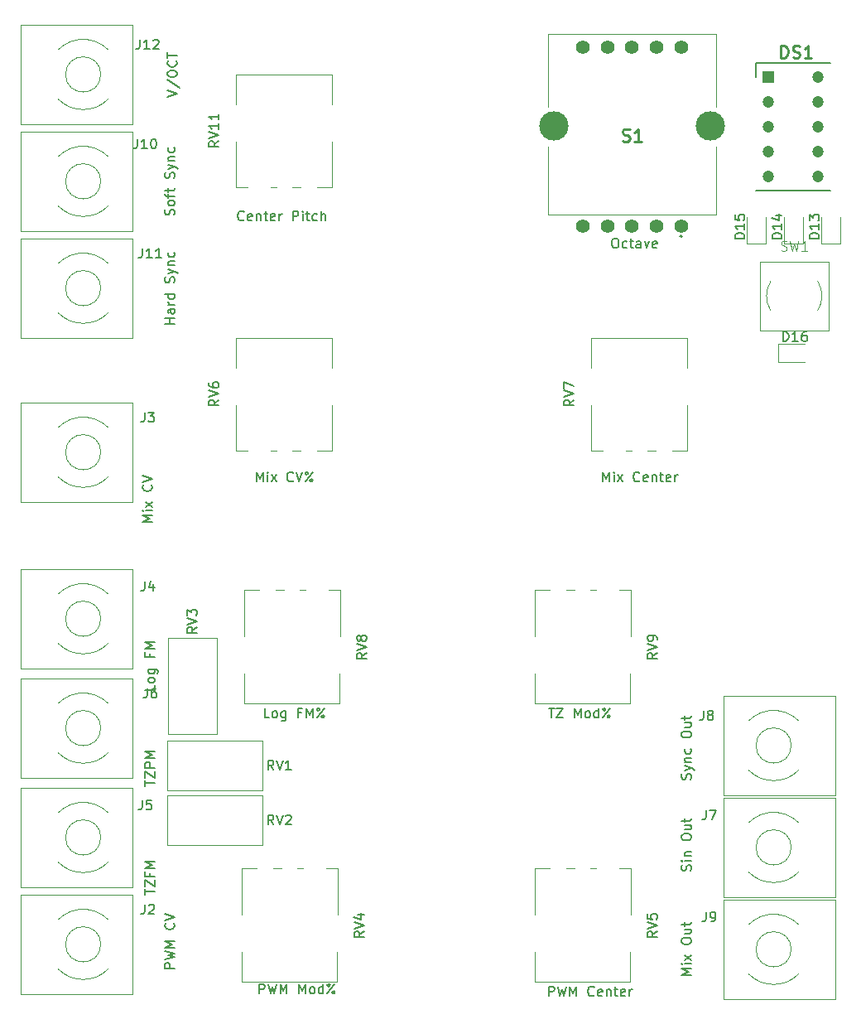
<source format=gbr>
%TF.GenerationSoftware,KiCad,Pcbnew,7.0.2*%
%TF.CreationDate,2023-06-19T11:50:49-04:00*%
%TF.ProjectId,SSI2130_Oscillator,53534932-3133-4305-9f4f-7363696c6c61,rev?*%
%TF.SameCoordinates,Original*%
%TF.FileFunction,Legend,Top*%
%TF.FilePolarity,Positive*%
%FSLAX46Y46*%
G04 Gerber Fmt 4.6, Leading zero omitted, Abs format (unit mm)*
G04 Created by KiCad (PCBNEW 7.0.2) date 2023-06-19 11:50:49*
%MOMM*%
%LPD*%
G01*
G04 APERTURE LIST*
%ADD10C,0.150000*%
%ADD11C,0.100000*%
%ADD12C,0.254000*%
%ADD13C,0.120000*%
%ADD14C,0.200000*%
%ADD15R,1.200000X1.200000*%
%ADD16C,1.200000*%
%ADD17C,1.400000*%
%ADD18C,3.000000*%
G04 APERTURE END LIST*
D10*
X42896619Y-103179332D02*
X42896619Y-102607904D01*
X43896619Y-102893618D02*
X42896619Y-102893618D01*
X42896619Y-102369808D02*
X42896619Y-101703142D01*
X42896619Y-101703142D02*
X43896619Y-102369808D01*
X43896619Y-102369808D02*
X43896619Y-101703142D01*
X43896619Y-101322189D02*
X42896619Y-101322189D01*
X42896619Y-101322189D02*
X42896619Y-100941237D01*
X42896619Y-100941237D02*
X42944238Y-100845999D01*
X42944238Y-100845999D02*
X42991857Y-100798380D01*
X42991857Y-100798380D02*
X43087095Y-100750761D01*
X43087095Y-100750761D02*
X43229952Y-100750761D01*
X43229952Y-100750761D02*
X43325190Y-100798380D01*
X43325190Y-100798380D02*
X43372809Y-100845999D01*
X43372809Y-100845999D02*
X43420428Y-100941237D01*
X43420428Y-100941237D02*
X43420428Y-101322189D01*
X43896619Y-100322189D02*
X42896619Y-100322189D01*
X42896619Y-100322189D02*
X43610904Y-99988856D01*
X43610904Y-99988856D02*
X42896619Y-99655523D01*
X42896619Y-99655523D02*
X43896619Y-99655523D01*
X42896619Y-114283904D02*
X42896619Y-113712476D01*
X43896619Y-113998190D02*
X42896619Y-113998190D01*
X42896619Y-113474380D02*
X42896619Y-112807714D01*
X42896619Y-112807714D02*
X43896619Y-113474380D01*
X43896619Y-113474380D02*
X43896619Y-112807714D01*
X43372809Y-112093428D02*
X43372809Y-112426761D01*
X43896619Y-112426761D02*
X42896619Y-112426761D01*
X42896619Y-112426761D02*
X42896619Y-111950571D01*
X43896619Y-111569618D02*
X42896619Y-111569618D01*
X42896619Y-111569618D02*
X43610904Y-111236285D01*
X43610904Y-111236285D02*
X42896619Y-110902952D01*
X42896619Y-110902952D02*
X43896619Y-110902952D01*
X84201523Y-124668619D02*
X84201523Y-123668619D01*
X84201523Y-123668619D02*
X84582475Y-123668619D01*
X84582475Y-123668619D02*
X84677713Y-123716238D01*
X84677713Y-123716238D02*
X84725332Y-123763857D01*
X84725332Y-123763857D02*
X84772951Y-123859095D01*
X84772951Y-123859095D02*
X84772951Y-124001952D01*
X84772951Y-124001952D02*
X84725332Y-124097190D01*
X84725332Y-124097190D02*
X84677713Y-124144809D01*
X84677713Y-124144809D02*
X84582475Y-124192428D01*
X84582475Y-124192428D02*
X84201523Y-124192428D01*
X85106285Y-123668619D02*
X85344380Y-124668619D01*
X85344380Y-124668619D02*
X85534856Y-123954333D01*
X85534856Y-123954333D02*
X85725332Y-124668619D01*
X85725332Y-124668619D02*
X85963428Y-123668619D01*
X86344380Y-124668619D02*
X86344380Y-123668619D01*
X86344380Y-123668619D02*
X86677713Y-124382904D01*
X86677713Y-124382904D02*
X87011046Y-123668619D01*
X87011046Y-123668619D02*
X87011046Y-124668619D01*
X88820570Y-124573380D02*
X88772951Y-124621000D01*
X88772951Y-124621000D02*
X88630094Y-124668619D01*
X88630094Y-124668619D02*
X88534856Y-124668619D01*
X88534856Y-124668619D02*
X88391999Y-124621000D01*
X88391999Y-124621000D02*
X88296761Y-124525761D01*
X88296761Y-124525761D02*
X88249142Y-124430523D01*
X88249142Y-124430523D02*
X88201523Y-124240047D01*
X88201523Y-124240047D02*
X88201523Y-124097190D01*
X88201523Y-124097190D02*
X88249142Y-123906714D01*
X88249142Y-123906714D02*
X88296761Y-123811476D01*
X88296761Y-123811476D02*
X88391999Y-123716238D01*
X88391999Y-123716238D02*
X88534856Y-123668619D01*
X88534856Y-123668619D02*
X88630094Y-123668619D01*
X88630094Y-123668619D02*
X88772951Y-123716238D01*
X88772951Y-123716238D02*
X88820570Y-123763857D01*
X89630094Y-124621000D02*
X89534856Y-124668619D01*
X89534856Y-124668619D02*
X89344380Y-124668619D01*
X89344380Y-124668619D02*
X89249142Y-124621000D01*
X89249142Y-124621000D02*
X89201523Y-124525761D01*
X89201523Y-124525761D02*
X89201523Y-124144809D01*
X89201523Y-124144809D02*
X89249142Y-124049571D01*
X89249142Y-124049571D02*
X89344380Y-124001952D01*
X89344380Y-124001952D02*
X89534856Y-124001952D01*
X89534856Y-124001952D02*
X89630094Y-124049571D01*
X89630094Y-124049571D02*
X89677713Y-124144809D01*
X89677713Y-124144809D02*
X89677713Y-124240047D01*
X89677713Y-124240047D02*
X89201523Y-124335285D01*
X90106285Y-124001952D02*
X90106285Y-124668619D01*
X90106285Y-124097190D02*
X90153904Y-124049571D01*
X90153904Y-124049571D02*
X90249142Y-124001952D01*
X90249142Y-124001952D02*
X90391999Y-124001952D01*
X90391999Y-124001952D02*
X90487237Y-124049571D01*
X90487237Y-124049571D02*
X90534856Y-124144809D01*
X90534856Y-124144809D02*
X90534856Y-124668619D01*
X90868190Y-124001952D02*
X91249142Y-124001952D01*
X91011047Y-123668619D02*
X91011047Y-124525761D01*
X91011047Y-124525761D02*
X91058666Y-124621000D01*
X91058666Y-124621000D02*
X91153904Y-124668619D01*
X91153904Y-124668619D02*
X91249142Y-124668619D01*
X91963428Y-124621000D02*
X91868190Y-124668619D01*
X91868190Y-124668619D02*
X91677714Y-124668619D01*
X91677714Y-124668619D02*
X91582476Y-124621000D01*
X91582476Y-124621000D02*
X91534857Y-124525761D01*
X91534857Y-124525761D02*
X91534857Y-124144809D01*
X91534857Y-124144809D02*
X91582476Y-124049571D01*
X91582476Y-124049571D02*
X91677714Y-124001952D01*
X91677714Y-124001952D02*
X91868190Y-124001952D01*
X91868190Y-124001952D02*
X91963428Y-124049571D01*
X91963428Y-124049571D02*
X92011047Y-124144809D01*
X92011047Y-124144809D02*
X92011047Y-124240047D01*
X92011047Y-124240047D02*
X91534857Y-124335285D01*
X92439619Y-124668619D02*
X92439619Y-124001952D01*
X92439619Y-124192428D02*
X92487238Y-124097190D01*
X92487238Y-124097190D02*
X92534857Y-124049571D01*
X92534857Y-124049571D02*
X92630095Y-124001952D01*
X92630095Y-124001952D02*
X92725333Y-124001952D01*
X54586667Y-124414619D02*
X54586667Y-123414619D01*
X54586667Y-123414619D02*
X54967619Y-123414619D01*
X54967619Y-123414619D02*
X55062857Y-123462238D01*
X55062857Y-123462238D02*
X55110476Y-123509857D01*
X55110476Y-123509857D02*
X55158095Y-123605095D01*
X55158095Y-123605095D02*
X55158095Y-123747952D01*
X55158095Y-123747952D02*
X55110476Y-123843190D01*
X55110476Y-123843190D02*
X55062857Y-123890809D01*
X55062857Y-123890809D02*
X54967619Y-123938428D01*
X54967619Y-123938428D02*
X54586667Y-123938428D01*
X55491429Y-123414619D02*
X55729524Y-124414619D01*
X55729524Y-124414619D02*
X55920000Y-123700333D01*
X55920000Y-123700333D02*
X56110476Y-124414619D01*
X56110476Y-124414619D02*
X56348572Y-123414619D01*
X56729524Y-124414619D02*
X56729524Y-123414619D01*
X56729524Y-123414619D02*
X57062857Y-124128904D01*
X57062857Y-124128904D02*
X57396190Y-123414619D01*
X57396190Y-123414619D02*
X57396190Y-124414619D01*
X58634286Y-124414619D02*
X58634286Y-123414619D01*
X58634286Y-123414619D02*
X58967619Y-124128904D01*
X58967619Y-124128904D02*
X59300952Y-123414619D01*
X59300952Y-123414619D02*
X59300952Y-124414619D01*
X59920000Y-124414619D02*
X59824762Y-124367000D01*
X59824762Y-124367000D02*
X59777143Y-124319380D01*
X59777143Y-124319380D02*
X59729524Y-124224142D01*
X59729524Y-124224142D02*
X59729524Y-123938428D01*
X59729524Y-123938428D02*
X59777143Y-123843190D01*
X59777143Y-123843190D02*
X59824762Y-123795571D01*
X59824762Y-123795571D02*
X59920000Y-123747952D01*
X59920000Y-123747952D02*
X60062857Y-123747952D01*
X60062857Y-123747952D02*
X60158095Y-123795571D01*
X60158095Y-123795571D02*
X60205714Y-123843190D01*
X60205714Y-123843190D02*
X60253333Y-123938428D01*
X60253333Y-123938428D02*
X60253333Y-124224142D01*
X60253333Y-124224142D02*
X60205714Y-124319380D01*
X60205714Y-124319380D02*
X60158095Y-124367000D01*
X60158095Y-124367000D02*
X60062857Y-124414619D01*
X60062857Y-124414619D02*
X59920000Y-124414619D01*
X61110476Y-124414619D02*
X61110476Y-123414619D01*
X61110476Y-124367000D02*
X61015238Y-124414619D01*
X61015238Y-124414619D02*
X60824762Y-124414619D01*
X60824762Y-124414619D02*
X60729524Y-124367000D01*
X60729524Y-124367000D02*
X60681905Y-124319380D01*
X60681905Y-124319380D02*
X60634286Y-124224142D01*
X60634286Y-124224142D02*
X60634286Y-123938428D01*
X60634286Y-123938428D02*
X60681905Y-123843190D01*
X60681905Y-123843190D02*
X60729524Y-123795571D01*
X60729524Y-123795571D02*
X60824762Y-123747952D01*
X60824762Y-123747952D02*
X61015238Y-123747952D01*
X61015238Y-123747952D02*
X61110476Y-123795571D01*
X61539048Y-124414619D02*
X62300952Y-123414619D01*
X61681905Y-123414619D02*
X61777143Y-123462238D01*
X61777143Y-123462238D02*
X61824762Y-123557476D01*
X61824762Y-123557476D02*
X61777143Y-123652714D01*
X61777143Y-123652714D02*
X61681905Y-123700333D01*
X61681905Y-123700333D02*
X61586667Y-123652714D01*
X61586667Y-123652714D02*
X61539048Y-123557476D01*
X61539048Y-123557476D02*
X61586667Y-123462238D01*
X61586667Y-123462238D02*
X61681905Y-123414619D01*
X62253333Y-124367000D02*
X62300952Y-124271761D01*
X62300952Y-124271761D02*
X62253333Y-124176523D01*
X62253333Y-124176523D02*
X62158095Y-124128904D01*
X62158095Y-124128904D02*
X62062857Y-124176523D01*
X62062857Y-124176523D02*
X62015238Y-124271761D01*
X62015238Y-124271761D02*
X62062857Y-124367000D01*
X62062857Y-124367000D02*
X62158095Y-124414619D01*
X62158095Y-124414619D02*
X62253333Y-124367000D01*
X54292857Y-72090619D02*
X54292857Y-71090619D01*
X54292857Y-71090619D02*
X54626190Y-71804904D01*
X54626190Y-71804904D02*
X54959523Y-71090619D01*
X54959523Y-71090619D02*
X54959523Y-72090619D01*
X55435714Y-72090619D02*
X55435714Y-71423952D01*
X55435714Y-71090619D02*
X55388095Y-71138238D01*
X55388095Y-71138238D02*
X55435714Y-71185857D01*
X55435714Y-71185857D02*
X55483333Y-71138238D01*
X55483333Y-71138238D02*
X55435714Y-71090619D01*
X55435714Y-71090619D02*
X55435714Y-71185857D01*
X55816666Y-72090619D02*
X56340475Y-71423952D01*
X55816666Y-71423952D02*
X56340475Y-72090619D01*
X58054761Y-71995380D02*
X58007142Y-72043000D01*
X58007142Y-72043000D02*
X57864285Y-72090619D01*
X57864285Y-72090619D02*
X57769047Y-72090619D01*
X57769047Y-72090619D02*
X57626190Y-72043000D01*
X57626190Y-72043000D02*
X57530952Y-71947761D01*
X57530952Y-71947761D02*
X57483333Y-71852523D01*
X57483333Y-71852523D02*
X57435714Y-71662047D01*
X57435714Y-71662047D02*
X57435714Y-71519190D01*
X57435714Y-71519190D02*
X57483333Y-71328714D01*
X57483333Y-71328714D02*
X57530952Y-71233476D01*
X57530952Y-71233476D02*
X57626190Y-71138238D01*
X57626190Y-71138238D02*
X57769047Y-71090619D01*
X57769047Y-71090619D02*
X57864285Y-71090619D01*
X57864285Y-71090619D02*
X58007142Y-71138238D01*
X58007142Y-71138238D02*
X58054761Y-71185857D01*
X58340476Y-71090619D02*
X58673809Y-72090619D01*
X58673809Y-72090619D02*
X59007142Y-71090619D01*
X59292857Y-72090619D02*
X60054761Y-71090619D01*
X59435714Y-71090619D02*
X59530952Y-71138238D01*
X59530952Y-71138238D02*
X59578571Y-71233476D01*
X59578571Y-71233476D02*
X59530952Y-71328714D01*
X59530952Y-71328714D02*
X59435714Y-71376333D01*
X59435714Y-71376333D02*
X59340476Y-71328714D01*
X59340476Y-71328714D02*
X59292857Y-71233476D01*
X59292857Y-71233476D02*
X59340476Y-71138238D01*
X59340476Y-71138238D02*
X59435714Y-71090619D01*
X60007142Y-72043000D02*
X60054761Y-71947761D01*
X60054761Y-71947761D02*
X60007142Y-71852523D01*
X60007142Y-71852523D02*
X59911904Y-71804904D01*
X59911904Y-71804904D02*
X59816666Y-71852523D01*
X59816666Y-71852523D02*
X59769047Y-71947761D01*
X59769047Y-71947761D02*
X59816666Y-72043000D01*
X59816666Y-72043000D02*
X59911904Y-72090619D01*
X59911904Y-72090619D02*
X60007142Y-72043000D01*
X43896619Y-92908190D02*
X43896619Y-93384380D01*
X43896619Y-93384380D02*
X42896619Y-93384380D01*
X43896619Y-92431999D02*
X43849000Y-92527237D01*
X43849000Y-92527237D02*
X43801380Y-92574856D01*
X43801380Y-92574856D02*
X43706142Y-92622475D01*
X43706142Y-92622475D02*
X43420428Y-92622475D01*
X43420428Y-92622475D02*
X43325190Y-92574856D01*
X43325190Y-92574856D02*
X43277571Y-92527237D01*
X43277571Y-92527237D02*
X43229952Y-92431999D01*
X43229952Y-92431999D02*
X43229952Y-92289142D01*
X43229952Y-92289142D02*
X43277571Y-92193904D01*
X43277571Y-92193904D02*
X43325190Y-92146285D01*
X43325190Y-92146285D02*
X43420428Y-92098666D01*
X43420428Y-92098666D02*
X43706142Y-92098666D01*
X43706142Y-92098666D02*
X43801380Y-92146285D01*
X43801380Y-92146285D02*
X43849000Y-92193904D01*
X43849000Y-92193904D02*
X43896619Y-92289142D01*
X43896619Y-92289142D02*
X43896619Y-92431999D01*
X43229952Y-91241523D02*
X44039476Y-91241523D01*
X44039476Y-91241523D02*
X44134714Y-91289142D01*
X44134714Y-91289142D02*
X44182333Y-91336761D01*
X44182333Y-91336761D02*
X44229952Y-91431999D01*
X44229952Y-91431999D02*
X44229952Y-91574856D01*
X44229952Y-91574856D02*
X44182333Y-91670094D01*
X43849000Y-91241523D02*
X43896619Y-91336761D01*
X43896619Y-91336761D02*
X43896619Y-91527237D01*
X43896619Y-91527237D02*
X43849000Y-91622475D01*
X43849000Y-91622475D02*
X43801380Y-91670094D01*
X43801380Y-91670094D02*
X43706142Y-91717713D01*
X43706142Y-91717713D02*
X43420428Y-91717713D01*
X43420428Y-91717713D02*
X43325190Y-91670094D01*
X43325190Y-91670094D02*
X43277571Y-91622475D01*
X43277571Y-91622475D02*
X43229952Y-91527237D01*
X43229952Y-91527237D02*
X43229952Y-91336761D01*
X43229952Y-91336761D02*
X43277571Y-91241523D01*
X43372809Y-89670094D02*
X43372809Y-90003427D01*
X43896619Y-90003427D02*
X42896619Y-90003427D01*
X42896619Y-90003427D02*
X42896619Y-89527237D01*
X43896619Y-89146284D02*
X42896619Y-89146284D01*
X42896619Y-89146284D02*
X43610904Y-88812951D01*
X43610904Y-88812951D02*
X42896619Y-88479618D01*
X42896619Y-88479618D02*
X43896619Y-88479618D01*
X90892571Y-47214619D02*
X91083047Y-47214619D01*
X91083047Y-47214619D02*
X91178285Y-47262238D01*
X91178285Y-47262238D02*
X91273523Y-47357476D01*
X91273523Y-47357476D02*
X91321142Y-47547952D01*
X91321142Y-47547952D02*
X91321142Y-47881285D01*
X91321142Y-47881285D02*
X91273523Y-48071761D01*
X91273523Y-48071761D02*
X91178285Y-48167000D01*
X91178285Y-48167000D02*
X91083047Y-48214619D01*
X91083047Y-48214619D02*
X90892571Y-48214619D01*
X90892571Y-48214619D02*
X90797333Y-48167000D01*
X90797333Y-48167000D02*
X90702095Y-48071761D01*
X90702095Y-48071761D02*
X90654476Y-47881285D01*
X90654476Y-47881285D02*
X90654476Y-47547952D01*
X90654476Y-47547952D02*
X90702095Y-47357476D01*
X90702095Y-47357476D02*
X90797333Y-47262238D01*
X90797333Y-47262238D02*
X90892571Y-47214619D01*
X92178285Y-48167000D02*
X92083047Y-48214619D01*
X92083047Y-48214619D02*
X91892571Y-48214619D01*
X91892571Y-48214619D02*
X91797333Y-48167000D01*
X91797333Y-48167000D02*
X91749714Y-48119380D01*
X91749714Y-48119380D02*
X91702095Y-48024142D01*
X91702095Y-48024142D02*
X91702095Y-47738428D01*
X91702095Y-47738428D02*
X91749714Y-47643190D01*
X91749714Y-47643190D02*
X91797333Y-47595571D01*
X91797333Y-47595571D02*
X91892571Y-47547952D01*
X91892571Y-47547952D02*
X92083047Y-47547952D01*
X92083047Y-47547952D02*
X92178285Y-47595571D01*
X92464000Y-47547952D02*
X92844952Y-47547952D01*
X92606857Y-47214619D02*
X92606857Y-48071761D01*
X92606857Y-48071761D02*
X92654476Y-48167000D01*
X92654476Y-48167000D02*
X92749714Y-48214619D01*
X92749714Y-48214619D02*
X92844952Y-48214619D01*
X93606857Y-48214619D02*
X93606857Y-47690809D01*
X93606857Y-47690809D02*
X93559238Y-47595571D01*
X93559238Y-47595571D02*
X93464000Y-47547952D01*
X93464000Y-47547952D02*
X93273524Y-47547952D01*
X93273524Y-47547952D02*
X93178286Y-47595571D01*
X93606857Y-48167000D02*
X93511619Y-48214619D01*
X93511619Y-48214619D02*
X93273524Y-48214619D01*
X93273524Y-48214619D02*
X93178286Y-48167000D01*
X93178286Y-48167000D02*
X93130667Y-48071761D01*
X93130667Y-48071761D02*
X93130667Y-47976523D01*
X93130667Y-47976523D02*
X93178286Y-47881285D01*
X93178286Y-47881285D02*
X93273524Y-47833666D01*
X93273524Y-47833666D02*
X93511619Y-47833666D01*
X93511619Y-47833666D02*
X93606857Y-47786047D01*
X93987810Y-47547952D02*
X94225905Y-48214619D01*
X94225905Y-48214619D02*
X94464000Y-47547952D01*
X95225905Y-48167000D02*
X95130667Y-48214619D01*
X95130667Y-48214619D02*
X94940191Y-48214619D01*
X94940191Y-48214619D02*
X94844953Y-48167000D01*
X94844953Y-48167000D02*
X94797334Y-48071761D01*
X94797334Y-48071761D02*
X94797334Y-47690809D01*
X94797334Y-47690809D02*
X94844953Y-47595571D01*
X94844953Y-47595571D02*
X94940191Y-47547952D01*
X94940191Y-47547952D02*
X95130667Y-47547952D01*
X95130667Y-47547952D02*
X95225905Y-47595571D01*
X95225905Y-47595571D02*
X95273524Y-47690809D01*
X95273524Y-47690809D02*
X95273524Y-47786047D01*
X95273524Y-47786047D02*
X94797334Y-47881285D01*
X98713000Y-102504476D02*
X98760619Y-102361619D01*
X98760619Y-102361619D02*
X98760619Y-102123524D01*
X98760619Y-102123524D02*
X98713000Y-102028286D01*
X98713000Y-102028286D02*
X98665380Y-101980667D01*
X98665380Y-101980667D02*
X98570142Y-101933048D01*
X98570142Y-101933048D02*
X98474904Y-101933048D01*
X98474904Y-101933048D02*
X98379666Y-101980667D01*
X98379666Y-101980667D02*
X98332047Y-102028286D01*
X98332047Y-102028286D02*
X98284428Y-102123524D01*
X98284428Y-102123524D02*
X98236809Y-102314000D01*
X98236809Y-102314000D02*
X98189190Y-102409238D01*
X98189190Y-102409238D02*
X98141571Y-102456857D01*
X98141571Y-102456857D02*
X98046333Y-102504476D01*
X98046333Y-102504476D02*
X97951095Y-102504476D01*
X97951095Y-102504476D02*
X97855857Y-102456857D01*
X97855857Y-102456857D02*
X97808238Y-102409238D01*
X97808238Y-102409238D02*
X97760619Y-102314000D01*
X97760619Y-102314000D02*
X97760619Y-102075905D01*
X97760619Y-102075905D02*
X97808238Y-101933048D01*
X98093952Y-101599714D02*
X98760619Y-101361619D01*
X98093952Y-101123524D02*
X98760619Y-101361619D01*
X98760619Y-101361619D02*
X98998714Y-101456857D01*
X98998714Y-101456857D02*
X99046333Y-101504476D01*
X99046333Y-101504476D02*
X99093952Y-101599714D01*
X98093952Y-100742571D02*
X98760619Y-100742571D01*
X98189190Y-100742571D02*
X98141571Y-100694952D01*
X98141571Y-100694952D02*
X98093952Y-100599714D01*
X98093952Y-100599714D02*
X98093952Y-100456857D01*
X98093952Y-100456857D02*
X98141571Y-100361619D01*
X98141571Y-100361619D02*
X98236809Y-100314000D01*
X98236809Y-100314000D02*
X98760619Y-100314000D01*
X98713000Y-99409238D02*
X98760619Y-99504476D01*
X98760619Y-99504476D02*
X98760619Y-99694952D01*
X98760619Y-99694952D02*
X98713000Y-99790190D01*
X98713000Y-99790190D02*
X98665380Y-99837809D01*
X98665380Y-99837809D02*
X98570142Y-99885428D01*
X98570142Y-99885428D02*
X98284428Y-99885428D01*
X98284428Y-99885428D02*
X98189190Y-99837809D01*
X98189190Y-99837809D02*
X98141571Y-99790190D01*
X98141571Y-99790190D02*
X98093952Y-99694952D01*
X98093952Y-99694952D02*
X98093952Y-99504476D01*
X98093952Y-99504476D02*
X98141571Y-99409238D01*
X97760619Y-98028285D02*
X97760619Y-97837809D01*
X97760619Y-97837809D02*
X97808238Y-97742571D01*
X97808238Y-97742571D02*
X97903476Y-97647333D01*
X97903476Y-97647333D02*
X98093952Y-97599714D01*
X98093952Y-97599714D02*
X98427285Y-97599714D01*
X98427285Y-97599714D02*
X98617761Y-97647333D01*
X98617761Y-97647333D02*
X98713000Y-97742571D01*
X98713000Y-97742571D02*
X98760619Y-97837809D01*
X98760619Y-97837809D02*
X98760619Y-98028285D01*
X98760619Y-98028285D02*
X98713000Y-98123523D01*
X98713000Y-98123523D02*
X98617761Y-98218761D01*
X98617761Y-98218761D02*
X98427285Y-98266380D01*
X98427285Y-98266380D02*
X98093952Y-98266380D01*
X98093952Y-98266380D02*
X97903476Y-98218761D01*
X97903476Y-98218761D02*
X97808238Y-98123523D01*
X97808238Y-98123523D02*
X97760619Y-98028285D01*
X98093952Y-96742571D02*
X98760619Y-96742571D01*
X98093952Y-97171142D02*
X98617761Y-97171142D01*
X98617761Y-97171142D02*
X98713000Y-97123523D01*
X98713000Y-97123523D02*
X98760619Y-97028285D01*
X98760619Y-97028285D02*
X98760619Y-96885428D01*
X98760619Y-96885428D02*
X98713000Y-96790190D01*
X98713000Y-96790190D02*
X98665380Y-96742571D01*
X98093952Y-96409237D02*
X98093952Y-96028285D01*
X97760619Y-96266380D02*
X98617761Y-96266380D01*
X98617761Y-96266380D02*
X98713000Y-96218761D01*
X98713000Y-96218761D02*
X98760619Y-96123523D01*
X98760619Y-96123523D02*
X98760619Y-96028285D01*
X45928619Y-55943047D02*
X44928619Y-55943047D01*
X45404809Y-55943047D02*
X45404809Y-55371619D01*
X45928619Y-55371619D02*
X44928619Y-55371619D01*
X45928619Y-54466857D02*
X45404809Y-54466857D01*
X45404809Y-54466857D02*
X45309571Y-54514476D01*
X45309571Y-54514476D02*
X45261952Y-54609714D01*
X45261952Y-54609714D02*
X45261952Y-54800190D01*
X45261952Y-54800190D02*
X45309571Y-54895428D01*
X45881000Y-54466857D02*
X45928619Y-54562095D01*
X45928619Y-54562095D02*
X45928619Y-54800190D01*
X45928619Y-54800190D02*
X45881000Y-54895428D01*
X45881000Y-54895428D02*
X45785761Y-54943047D01*
X45785761Y-54943047D02*
X45690523Y-54943047D01*
X45690523Y-54943047D02*
X45595285Y-54895428D01*
X45595285Y-54895428D02*
X45547666Y-54800190D01*
X45547666Y-54800190D02*
X45547666Y-54562095D01*
X45547666Y-54562095D02*
X45500047Y-54466857D01*
X45928619Y-53990666D02*
X45261952Y-53990666D01*
X45452428Y-53990666D02*
X45357190Y-53943047D01*
X45357190Y-53943047D02*
X45309571Y-53895428D01*
X45309571Y-53895428D02*
X45261952Y-53800190D01*
X45261952Y-53800190D02*
X45261952Y-53704952D01*
X45928619Y-52943047D02*
X44928619Y-52943047D01*
X45881000Y-52943047D02*
X45928619Y-53038285D01*
X45928619Y-53038285D02*
X45928619Y-53228761D01*
X45928619Y-53228761D02*
X45881000Y-53323999D01*
X45881000Y-53323999D02*
X45833380Y-53371618D01*
X45833380Y-53371618D02*
X45738142Y-53419237D01*
X45738142Y-53419237D02*
X45452428Y-53419237D01*
X45452428Y-53419237D02*
X45357190Y-53371618D01*
X45357190Y-53371618D02*
X45309571Y-53323999D01*
X45309571Y-53323999D02*
X45261952Y-53228761D01*
X45261952Y-53228761D02*
X45261952Y-53038285D01*
X45261952Y-53038285D02*
X45309571Y-52943047D01*
X45881000Y-51752570D02*
X45928619Y-51609713D01*
X45928619Y-51609713D02*
X45928619Y-51371618D01*
X45928619Y-51371618D02*
X45881000Y-51276380D01*
X45881000Y-51276380D02*
X45833380Y-51228761D01*
X45833380Y-51228761D02*
X45738142Y-51181142D01*
X45738142Y-51181142D02*
X45642904Y-51181142D01*
X45642904Y-51181142D02*
X45547666Y-51228761D01*
X45547666Y-51228761D02*
X45500047Y-51276380D01*
X45500047Y-51276380D02*
X45452428Y-51371618D01*
X45452428Y-51371618D02*
X45404809Y-51562094D01*
X45404809Y-51562094D02*
X45357190Y-51657332D01*
X45357190Y-51657332D02*
X45309571Y-51704951D01*
X45309571Y-51704951D02*
X45214333Y-51752570D01*
X45214333Y-51752570D02*
X45119095Y-51752570D01*
X45119095Y-51752570D02*
X45023857Y-51704951D01*
X45023857Y-51704951D02*
X44976238Y-51657332D01*
X44976238Y-51657332D02*
X44928619Y-51562094D01*
X44928619Y-51562094D02*
X44928619Y-51323999D01*
X44928619Y-51323999D02*
X44976238Y-51181142D01*
X45261952Y-50847808D02*
X45928619Y-50609713D01*
X45261952Y-50371618D02*
X45928619Y-50609713D01*
X45928619Y-50609713D02*
X46166714Y-50704951D01*
X46166714Y-50704951D02*
X46214333Y-50752570D01*
X46214333Y-50752570D02*
X46261952Y-50847808D01*
X45261952Y-49990665D02*
X45928619Y-49990665D01*
X45357190Y-49990665D02*
X45309571Y-49943046D01*
X45309571Y-49943046D02*
X45261952Y-49847808D01*
X45261952Y-49847808D02*
X45261952Y-49704951D01*
X45261952Y-49704951D02*
X45309571Y-49609713D01*
X45309571Y-49609713D02*
X45404809Y-49562094D01*
X45404809Y-49562094D02*
X45928619Y-49562094D01*
X45881000Y-48657332D02*
X45928619Y-48752570D01*
X45928619Y-48752570D02*
X45928619Y-48943046D01*
X45928619Y-48943046D02*
X45881000Y-49038284D01*
X45881000Y-49038284D02*
X45833380Y-49085903D01*
X45833380Y-49085903D02*
X45738142Y-49133522D01*
X45738142Y-49133522D02*
X45452428Y-49133522D01*
X45452428Y-49133522D02*
X45357190Y-49085903D01*
X45357190Y-49085903D02*
X45309571Y-49038284D01*
X45309571Y-49038284D02*
X45261952Y-48943046D01*
X45261952Y-48943046D02*
X45261952Y-48752570D01*
X45261952Y-48752570D02*
X45309571Y-48657332D01*
X98760619Y-122507047D02*
X97760619Y-122507047D01*
X97760619Y-122507047D02*
X98474904Y-122173714D01*
X98474904Y-122173714D02*
X97760619Y-121840381D01*
X97760619Y-121840381D02*
X98760619Y-121840381D01*
X98760619Y-121364190D02*
X98093952Y-121364190D01*
X97760619Y-121364190D02*
X97808238Y-121411809D01*
X97808238Y-121411809D02*
X97855857Y-121364190D01*
X97855857Y-121364190D02*
X97808238Y-121316571D01*
X97808238Y-121316571D02*
X97760619Y-121364190D01*
X97760619Y-121364190D02*
X97855857Y-121364190D01*
X98760619Y-120983238D02*
X98093952Y-120459429D01*
X98093952Y-120983238D02*
X98760619Y-120459429D01*
X97760619Y-119126095D02*
X97760619Y-118935619D01*
X97760619Y-118935619D02*
X97808238Y-118840381D01*
X97808238Y-118840381D02*
X97903476Y-118745143D01*
X97903476Y-118745143D02*
X98093952Y-118697524D01*
X98093952Y-118697524D02*
X98427285Y-118697524D01*
X98427285Y-118697524D02*
X98617761Y-118745143D01*
X98617761Y-118745143D02*
X98713000Y-118840381D01*
X98713000Y-118840381D02*
X98760619Y-118935619D01*
X98760619Y-118935619D02*
X98760619Y-119126095D01*
X98760619Y-119126095D02*
X98713000Y-119221333D01*
X98713000Y-119221333D02*
X98617761Y-119316571D01*
X98617761Y-119316571D02*
X98427285Y-119364190D01*
X98427285Y-119364190D02*
X98093952Y-119364190D01*
X98093952Y-119364190D02*
X97903476Y-119316571D01*
X97903476Y-119316571D02*
X97808238Y-119221333D01*
X97808238Y-119221333D02*
X97760619Y-119126095D01*
X98093952Y-117840381D02*
X98760619Y-117840381D01*
X98093952Y-118268952D02*
X98617761Y-118268952D01*
X98617761Y-118268952D02*
X98713000Y-118221333D01*
X98713000Y-118221333D02*
X98760619Y-118126095D01*
X98760619Y-118126095D02*
X98760619Y-117983238D01*
X98760619Y-117983238D02*
X98713000Y-117888000D01*
X98713000Y-117888000D02*
X98665380Y-117840381D01*
X98093952Y-117507047D02*
X98093952Y-117126095D01*
X97760619Y-117364190D02*
X98617761Y-117364190D01*
X98617761Y-117364190D02*
X98713000Y-117316571D01*
X98713000Y-117316571D02*
X98760619Y-117221333D01*
X98760619Y-117221333D02*
X98760619Y-117126095D01*
X43642619Y-76199713D02*
X42642619Y-76199713D01*
X42642619Y-76199713D02*
X43356904Y-75866380D01*
X43356904Y-75866380D02*
X42642619Y-75533047D01*
X42642619Y-75533047D02*
X43642619Y-75533047D01*
X43642619Y-75056856D02*
X42975952Y-75056856D01*
X42642619Y-75056856D02*
X42690238Y-75104475D01*
X42690238Y-75104475D02*
X42737857Y-75056856D01*
X42737857Y-75056856D02*
X42690238Y-75009237D01*
X42690238Y-75009237D02*
X42642619Y-75056856D01*
X42642619Y-75056856D02*
X42737857Y-75056856D01*
X43642619Y-74675904D02*
X42975952Y-74152095D01*
X42975952Y-74675904D02*
X43642619Y-74152095D01*
X43547380Y-72437809D02*
X43595000Y-72485428D01*
X43595000Y-72485428D02*
X43642619Y-72628285D01*
X43642619Y-72628285D02*
X43642619Y-72723523D01*
X43642619Y-72723523D02*
X43595000Y-72866380D01*
X43595000Y-72866380D02*
X43499761Y-72961618D01*
X43499761Y-72961618D02*
X43404523Y-73009237D01*
X43404523Y-73009237D02*
X43214047Y-73056856D01*
X43214047Y-73056856D02*
X43071190Y-73056856D01*
X43071190Y-73056856D02*
X42880714Y-73009237D01*
X42880714Y-73009237D02*
X42785476Y-72961618D01*
X42785476Y-72961618D02*
X42690238Y-72866380D01*
X42690238Y-72866380D02*
X42642619Y-72723523D01*
X42642619Y-72723523D02*
X42642619Y-72628285D01*
X42642619Y-72628285D02*
X42690238Y-72485428D01*
X42690238Y-72485428D02*
X42737857Y-72437809D01*
X42642619Y-72152094D02*
X43642619Y-71818761D01*
X43642619Y-71818761D02*
X42642619Y-71485428D01*
X55618380Y-96220619D02*
X55142190Y-96220619D01*
X55142190Y-96220619D02*
X55142190Y-95220619D01*
X56094571Y-96220619D02*
X55999333Y-96173000D01*
X55999333Y-96173000D02*
X55951714Y-96125380D01*
X55951714Y-96125380D02*
X55904095Y-96030142D01*
X55904095Y-96030142D02*
X55904095Y-95744428D01*
X55904095Y-95744428D02*
X55951714Y-95649190D01*
X55951714Y-95649190D02*
X55999333Y-95601571D01*
X55999333Y-95601571D02*
X56094571Y-95553952D01*
X56094571Y-95553952D02*
X56237428Y-95553952D01*
X56237428Y-95553952D02*
X56332666Y-95601571D01*
X56332666Y-95601571D02*
X56380285Y-95649190D01*
X56380285Y-95649190D02*
X56427904Y-95744428D01*
X56427904Y-95744428D02*
X56427904Y-96030142D01*
X56427904Y-96030142D02*
X56380285Y-96125380D01*
X56380285Y-96125380D02*
X56332666Y-96173000D01*
X56332666Y-96173000D02*
X56237428Y-96220619D01*
X56237428Y-96220619D02*
X56094571Y-96220619D01*
X57285047Y-95553952D02*
X57285047Y-96363476D01*
X57285047Y-96363476D02*
X57237428Y-96458714D01*
X57237428Y-96458714D02*
X57189809Y-96506333D01*
X57189809Y-96506333D02*
X57094571Y-96553952D01*
X57094571Y-96553952D02*
X56951714Y-96553952D01*
X56951714Y-96553952D02*
X56856476Y-96506333D01*
X57285047Y-96173000D02*
X57189809Y-96220619D01*
X57189809Y-96220619D02*
X56999333Y-96220619D01*
X56999333Y-96220619D02*
X56904095Y-96173000D01*
X56904095Y-96173000D02*
X56856476Y-96125380D01*
X56856476Y-96125380D02*
X56808857Y-96030142D01*
X56808857Y-96030142D02*
X56808857Y-95744428D01*
X56808857Y-95744428D02*
X56856476Y-95649190D01*
X56856476Y-95649190D02*
X56904095Y-95601571D01*
X56904095Y-95601571D02*
X56999333Y-95553952D01*
X56999333Y-95553952D02*
X57189809Y-95553952D01*
X57189809Y-95553952D02*
X57285047Y-95601571D01*
X58856476Y-95696809D02*
X58523143Y-95696809D01*
X58523143Y-96220619D02*
X58523143Y-95220619D01*
X58523143Y-95220619D02*
X58999333Y-95220619D01*
X59380286Y-96220619D02*
X59380286Y-95220619D01*
X59380286Y-95220619D02*
X59713619Y-95934904D01*
X59713619Y-95934904D02*
X60046952Y-95220619D01*
X60046952Y-95220619D02*
X60046952Y-96220619D01*
X60475524Y-96220619D02*
X61237428Y-95220619D01*
X60618381Y-95220619D02*
X60713619Y-95268238D01*
X60713619Y-95268238D02*
X60761238Y-95363476D01*
X60761238Y-95363476D02*
X60713619Y-95458714D01*
X60713619Y-95458714D02*
X60618381Y-95506333D01*
X60618381Y-95506333D02*
X60523143Y-95458714D01*
X60523143Y-95458714D02*
X60475524Y-95363476D01*
X60475524Y-95363476D02*
X60523143Y-95268238D01*
X60523143Y-95268238D02*
X60618381Y-95220619D01*
X61189809Y-96173000D02*
X61237428Y-96077761D01*
X61237428Y-96077761D02*
X61189809Y-95982523D01*
X61189809Y-95982523D02*
X61094571Y-95934904D01*
X61094571Y-95934904D02*
X60999333Y-95982523D01*
X60999333Y-95982523D02*
X60951714Y-96077761D01*
X60951714Y-96077761D02*
X60999333Y-96173000D01*
X60999333Y-96173000D02*
X61094571Y-96220619D01*
X61094571Y-96220619D02*
X61189809Y-96173000D01*
X84185524Y-95220619D02*
X84756952Y-95220619D01*
X84471238Y-96220619D02*
X84471238Y-95220619D01*
X84995048Y-95220619D02*
X85661714Y-95220619D01*
X85661714Y-95220619D02*
X84995048Y-96220619D01*
X84995048Y-96220619D02*
X85661714Y-96220619D01*
X86804572Y-96220619D02*
X86804572Y-95220619D01*
X86804572Y-95220619D02*
X87137905Y-95934904D01*
X87137905Y-95934904D02*
X87471238Y-95220619D01*
X87471238Y-95220619D02*
X87471238Y-96220619D01*
X88090286Y-96220619D02*
X87995048Y-96173000D01*
X87995048Y-96173000D02*
X87947429Y-96125380D01*
X87947429Y-96125380D02*
X87899810Y-96030142D01*
X87899810Y-96030142D02*
X87899810Y-95744428D01*
X87899810Y-95744428D02*
X87947429Y-95649190D01*
X87947429Y-95649190D02*
X87995048Y-95601571D01*
X87995048Y-95601571D02*
X88090286Y-95553952D01*
X88090286Y-95553952D02*
X88233143Y-95553952D01*
X88233143Y-95553952D02*
X88328381Y-95601571D01*
X88328381Y-95601571D02*
X88376000Y-95649190D01*
X88376000Y-95649190D02*
X88423619Y-95744428D01*
X88423619Y-95744428D02*
X88423619Y-96030142D01*
X88423619Y-96030142D02*
X88376000Y-96125380D01*
X88376000Y-96125380D02*
X88328381Y-96173000D01*
X88328381Y-96173000D02*
X88233143Y-96220619D01*
X88233143Y-96220619D02*
X88090286Y-96220619D01*
X89280762Y-96220619D02*
X89280762Y-95220619D01*
X89280762Y-96173000D02*
X89185524Y-96220619D01*
X89185524Y-96220619D02*
X88995048Y-96220619D01*
X88995048Y-96220619D02*
X88899810Y-96173000D01*
X88899810Y-96173000D02*
X88852191Y-96125380D01*
X88852191Y-96125380D02*
X88804572Y-96030142D01*
X88804572Y-96030142D02*
X88804572Y-95744428D01*
X88804572Y-95744428D02*
X88852191Y-95649190D01*
X88852191Y-95649190D02*
X88899810Y-95601571D01*
X88899810Y-95601571D02*
X88995048Y-95553952D01*
X88995048Y-95553952D02*
X89185524Y-95553952D01*
X89185524Y-95553952D02*
X89280762Y-95601571D01*
X89709334Y-96220619D02*
X90471238Y-95220619D01*
X89852191Y-95220619D02*
X89947429Y-95268238D01*
X89947429Y-95268238D02*
X89995048Y-95363476D01*
X89995048Y-95363476D02*
X89947429Y-95458714D01*
X89947429Y-95458714D02*
X89852191Y-95506333D01*
X89852191Y-95506333D02*
X89756953Y-95458714D01*
X89756953Y-95458714D02*
X89709334Y-95363476D01*
X89709334Y-95363476D02*
X89756953Y-95268238D01*
X89756953Y-95268238D02*
X89852191Y-95220619D01*
X90423619Y-96173000D02*
X90471238Y-96077761D01*
X90471238Y-96077761D02*
X90423619Y-95982523D01*
X90423619Y-95982523D02*
X90328381Y-95934904D01*
X90328381Y-95934904D02*
X90233143Y-95982523D01*
X90233143Y-95982523D02*
X90185524Y-96077761D01*
X90185524Y-96077761D02*
X90233143Y-96173000D01*
X90233143Y-96173000D02*
X90328381Y-96220619D01*
X90328381Y-96220619D02*
X90423619Y-96173000D01*
X53015046Y-45325380D02*
X52967427Y-45373000D01*
X52967427Y-45373000D02*
X52824570Y-45420619D01*
X52824570Y-45420619D02*
X52729332Y-45420619D01*
X52729332Y-45420619D02*
X52586475Y-45373000D01*
X52586475Y-45373000D02*
X52491237Y-45277761D01*
X52491237Y-45277761D02*
X52443618Y-45182523D01*
X52443618Y-45182523D02*
X52395999Y-44992047D01*
X52395999Y-44992047D02*
X52395999Y-44849190D01*
X52395999Y-44849190D02*
X52443618Y-44658714D01*
X52443618Y-44658714D02*
X52491237Y-44563476D01*
X52491237Y-44563476D02*
X52586475Y-44468238D01*
X52586475Y-44468238D02*
X52729332Y-44420619D01*
X52729332Y-44420619D02*
X52824570Y-44420619D01*
X52824570Y-44420619D02*
X52967427Y-44468238D01*
X52967427Y-44468238D02*
X53015046Y-44515857D01*
X53824570Y-45373000D02*
X53729332Y-45420619D01*
X53729332Y-45420619D02*
X53538856Y-45420619D01*
X53538856Y-45420619D02*
X53443618Y-45373000D01*
X53443618Y-45373000D02*
X53395999Y-45277761D01*
X53395999Y-45277761D02*
X53395999Y-44896809D01*
X53395999Y-44896809D02*
X53443618Y-44801571D01*
X53443618Y-44801571D02*
X53538856Y-44753952D01*
X53538856Y-44753952D02*
X53729332Y-44753952D01*
X53729332Y-44753952D02*
X53824570Y-44801571D01*
X53824570Y-44801571D02*
X53872189Y-44896809D01*
X53872189Y-44896809D02*
X53872189Y-44992047D01*
X53872189Y-44992047D02*
X53395999Y-45087285D01*
X54300761Y-44753952D02*
X54300761Y-45420619D01*
X54300761Y-44849190D02*
X54348380Y-44801571D01*
X54348380Y-44801571D02*
X54443618Y-44753952D01*
X54443618Y-44753952D02*
X54586475Y-44753952D01*
X54586475Y-44753952D02*
X54681713Y-44801571D01*
X54681713Y-44801571D02*
X54729332Y-44896809D01*
X54729332Y-44896809D02*
X54729332Y-45420619D01*
X55062666Y-44753952D02*
X55443618Y-44753952D01*
X55205523Y-44420619D02*
X55205523Y-45277761D01*
X55205523Y-45277761D02*
X55253142Y-45373000D01*
X55253142Y-45373000D02*
X55348380Y-45420619D01*
X55348380Y-45420619D02*
X55443618Y-45420619D01*
X56157904Y-45373000D02*
X56062666Y-45420619D01*
X56062666Y-45420619D02*
X55872190Y-45420619D01*
X55872190Y-45420619D02*
X55776952Y-45373000D01*
X55776952Y-45373000D02*
X55729333Y-45277761D01*
X55729333Y-45277761D02*
X55729333Y-44896809D01*
X55729333Y-44896809D02*
X55776952Y-44801571D01*
X55776952Y-44801571D02*
X55872190Y-44753952D01*
X55872190Y-44753952D02*
X56062666Y-44753952D01*
X56062666Y-44753952D02*
X56157904Y-44801571D01*
X56157904Y-44801571D02*
X56205523Y-44896809D01*
X56205523Y-44896809D02*
X56205523Y-44992047D01*
X56205523Y-44992047D02*
X55729333Y-45087285D01*
X56634095Y-45420619D02*
X56634095Y-44753952D01*
X56634095Y-44944428D02*
X56681714Y-44849190D01*
X56681714Y-44849190D02*
X56729333Y-44801571D01*
X56729333Y-44801571D02*
X56824571Y-44753952D01*
X56824571Y-44753952D02*
X56919809Y-44753952D01*
X58015048Y-45420619D02*
X58015048Y-44420619D01*
X58015048Y-44420619D02*
X58396000Y-44420619D01*
X58396000Y-44420619D02*
X58491238Y-44468238D01*
X58491238Y-44468238D02*
X58538857Y-44515857D01*
X58538857Y-44515857D02*
X58586476Y-44611095D01*
X58586476Y-44611095D02*
X58586476Y-44753952D01*
X58586476Y-44753952D02*
X58538857Y-44849190D01*
X58538857Y-44849190D02*
X58491238Y-44896809D01*
X58491238Y-44896809D02*
X58396000Y-44944428D01*
X58396000Y-44944428D02*
X58015048Y-44944428D01*
X59015048Y-45420619D02*
X59015048Y-44753952D01*
X59015048Y-44420619D02*
X58967429Y-44468238D01*
X58967429Y-44468238D02*
X59015048Y-44515857D01*
X59015048Y-44515857D02*
X59062667Y-44468238D01*
X59062667Y-44468238D02*
X59015048Y-44420619D01*
X59015048Y-44420619D02*
X59015048Y-44515857D01*
X59348381Y-44753952D02*
X59729333Y-44753952D01*
X59491238Y-44420619D02*
X59491238Y-45277761D01*
X59491238Y-45277761D02*
X59538857Y-45373000D01*
X59538857Y-45373000D02*
X59634095Y-45420619D01*
X59634095Y-45420619D02*
X59729333Y-45420619D01*
X60491238Y-45373000D02*
X60396000Y-45420619D01*
X60396000Y-45420619D02*
X60205524Y-45420619D01*
X60205524Y-45420619D02*
X60110286Y-45373000D01*
X60110286Y-45373000D02*
X60062667Y-45325380D01*
X60062667Y-45325380D02*
X60015048Y-45230142D01*
X60015048Y-45230142D02*
X60015048Y-44944428D01*
X60015048Y-44944428D02*
X60062667Y-44849190D01*
X60062667Y-44849190D02*
X60110286Y-44801571D01*
X60110286Y-44801571D02*
X60205524Y-44753952D01*
X60205524Y-44753952D02*
X60396000Y-44753952D01*
X60396000Y-44753952D02*
X60491238Y-44801571D01*
X60919810Y-45420619D02*
X60919810Y-44420619D01*
X61348381Y-45420619D02*
X61348381Y-44896809D01*
X61348381Y-44896809D02*
X61300762Y-44801571D01*
X61300762Y-44801571D02*
X61205524Y-44753952D01*
X61205524Y-44753952D02*
X61062667Y-44753952D01*
X61062667Y-44753952D02*
X60967429Y-44801571D01*
X60967429Y-44801571D02*
X60919810Y-44849190D01*
X45182619Y-32741904D02*
X46182619Y-32408571D01*
X46182619Y-32408571D02*
X45182619Y-32075238D01*
X45135000Y-31027619D02*
X46420714Y-31884761D01*
X45182619Y-30503809D02*
X45182619Y-30313333D01*
X45182619Y-30313333D02*
X45230238Y-30218095D01*
X45230238Y-30218095D02*
X45325476Y-30122857D01*
X45325476Y-30122857D02*
X45515952Y-30075238D01*
X45515952Y-30075238D02*
X45849285Y-30075238D01*
X45849285Y-30075238D02*
X46039761Y-30122857D01*
X46039761Y-30122857D02*
X46135000Y-30218095D01*
X46135000Y-30218095D02*
X46182619Y-30313333D01*
X46182619Y-30313333D02*
X46182619Y-30503809D01*
X46182619Y-30503809D02*
X46135000Y-30599047D01*
X46135000Y-30599047D02*
X46039761Y-30694285D01*
X46039761Y-30694285D02*
X45849285Y-30741904D01*
X45849285Y-30741904D02*
X45515952Y-30741904D01*
X45515952Y-30741904D02*
X45325476Y-30694285D01*
X45325476Y-30694285D02*
X45230238Y-30599047D01*
X45230238Y-30599047D02*
X45182619Y-30503809D01*
X46087380Y-29075238D02*
X46135000Y-29122857D01*
X46135000Y-29122857D02*
X46182619Y-29265714D01*
X46182619Y-29265714D02*
X46182619Y-29360952D01*
X46182619Y-29360952D02*
X46135000Y-29503809D01*
X46135000Y-29503809D02*
X46039761Y-29599047D01*
X46039761Y-29599047D02*
X45944523Y-29646666D01*
X45944523Y-29646666D02*
X45754047Y-29694285D01*
X45754047Y-29694285D02*
X45611190Y-29694285D01*
X45611190Y-29694285D02*
X45420714Y-29646666D01*
X45420714Y-29646666D02*
X45325476Y-29599047D01*
X45325476Y-29599047D02*
X45230238Y-29503809D01*
X45230238Y-29503809D02*
X45182619Y-29360952D01*
X45182619Y-29360952D02*
X45182619Y-29265714D01*
X45182619Y-29265714D02*
X45230238Y-29122857D01*
X45230238Y-29122857D02*
X45277857Y-29075238D01*
X45182619Y-28789523D02*
X45182619Y-28218095D01*
X46182619Y-28503809D02*
X45182619Y-28503809D01*
X98713000Y-111839047D02*
X98760619Y-111696190D01*
X98760619Y-111696190D02*
X98760619Y-111458095D01*
X98760619Y-111458095D02*
X98713000Y-111362857D01*
X98713000Y-111362857D02*
X98665380Y-111315238D01*
X98665380Y-111315238D02*
X98570142Y-111267619D01*
X98570142Y-111267619D02*
X98474904Y-111267619D01*
X98474904Y-111267619D02*
X98379666Y-111315238D01*
X98379666Y-111315238D02*
X98332047Y-111362857D01*
X98332047Y-111362857D02*
X98284428Y-111458095D01*
X98284428Y-111458095D02*
X98236809Y-111648571D01*
X98236809Y-111648571D02*
X98189190Y-111743809D01*
X98189190Y-111743809D02*
X98141571Y-111791428D01*
X98141571Y-111791428D02*
X98046333Y-111839047D01*
X98046333Y-111839047D02*
X97951095Y-111839047D01*
X97951095Y-111839047D02*
X97855857Y-111791428D01*
X97855857Y-111791428D02*
X97808238Y-111743809D01*
X97808238Y-111743809D02*
X97760619Y-111648571D01*
X97760619Y-111648571D02*
X97760619Y-111410476D01*
X97760619Y-111410476D02*
X97808238Y-111267619D01*
X98760619Y-110839047D02*
X98093952Y-110839047D01*
X97760619Y-110839047D02*
X97808238Y-110886666D01*
X97808238Y-110886666D02*
X97855857Y-110839047D01*
X97855857Y-110839047D02*
X97808238Y-110791428D01*
X97808238Y-110791428D02*
X97760619Y-110839047D01*
X97760619Y-110839047D02*
X97855857Y-110839047D01*
X98093952Y-110362857D02*
X98760619Y-110362857D01*
X98189190Y-110362857D02*
X98141571Y-110315238D01*
X98141571Y-110315238D02*
X98093952Y-110220000D01*
X98093952Y-110220000D02*
X98093952Y-110077143D01*
X98093952Y-110077143D02*
X98141571Y-109981905D01*
X98141571Y-109981905D02*
X98236809Y-109934286D01*
X98236809Y-109934286D02*
X98760619Y-109934286D01*
X97760619Y-108505714D02*
X97760619Y-108315238D01*
X97760619Y-108315238D02*
X97808238Y-108220000D01*
X97808238Y-108220000D02*
X97903476Y-108124762D01*
X97903476Y-108124762D02*
X98093952Y-108077143D01*
X98093952Y-108077143D02*
X98427285Y-108077143D01*
X98427285Y-108077143D02*
X98617761Y-108124762D01*
X98617761Y-108124762D02*
X98713000Y-108220000D01*
X98713000Y-108220000D02*
X98760619Y-108315238D01*
X98760619Y-108315238D02*
X98760619Y-108505714D01*
X98760619Y-108505714D02*
X98713000Y-108600952D01*
X98713000Y-108600952D02*
X98617761Y-108696190D01*
X98617761Y-108696190D02*
X98427285Y-108743809D01*
X98427285Y-108743809D02*
X98093952Y-108743809D01*
X98093952Y-108743809D02*
X97903476Y-108696190D01*
X97903476Y-108696190D02*
X97808238Y-108600952D01*
X97808238Y-108600952D02*
X97760619Y-108505714D01*
X98093952Y-107220000D02*
X98760619Y-107220000D01*
X98093952Y-107648571D02*
X98617761Y-107648571D01*
X98617761Y-107648571D02*
X98713000Y-107600952D01*
X98713000Y-107600952D02*
X98760619Y-107505714D01*
X98760619Y-107505714D02*
X98760619Y-107362857D01*
X98760619Y-107362857D02*
X98713000Y-107267619D01*
X98713000Y-107267619D02*
X98665380Y-107220000D01*
X98093952Y-106886666D02*
X98093952Y-106505714D01*
X97760619Y-106743809D02*
X98617761Y-106743809D01*
X98617761Y-106743809D02*
X98713000Y-106696190D01*
X98713000Y-106696190D02*
X98760619Y-106600952D01*
X98760619Y-106600952D02*
X98760619Y-106505714D01*
X45928619Y-121840285D02*
X44928619Y-121840285D01*
X44928619Y-121840285D02*
X44928619Y-121459333D01*
X44928619Y-121459333D02*
X44976238Y-121364095D01*
X44976238Y-121364095D02*
X45023857Y-121316476D01*
X45023857Y-121316476D02*
X45119095Y-121268857D01*
X45119095Y-121268857D02*
X45261952Y-121268857D01*
X45261952Y-121268857D02*
X45357190Y-121316476D01*
X45357190Y-121316476D02*
X45404809Y-121364095D01*
X45404809Y-121364095D02*
X45452428Y-121459333D01*
X45452428Y-121459333D02*
X45452428Y-121840285D01*
X44928619Y-120935523D02*
X45928619Y-120697428D01*
X45928619Y-120697428D02*
X45214333Y-120506952D01*
X45214333Y-120506952D02*
X45928619Y-120316476D01*
X45928619Y-120316476D02*
X44928619Y-120078381D01*
X45928619Y-119697428D02*
X44928619Y-119697428D01*
X44928619Y-119697428D02*
X45642904Y-119364095D01*
X45642904Y-119364095D02*
X44928619Y-119030762D01*
X44928619Y-119030762D02*
X45928619Y-119030762D01*
X45833380Y-117221238D02*
X45881000Y-117268857D01*
X45881000Y-117268857D02*
X45928619Y-117411714D01*
X45928619Y-117411714D02*
X45928619Y-117506952D01*
X45928619Y-117506952D02*
X45881000Y-117649809D01*
X45881000Y-117649809D02*
X45785761Y-117745047D01*
X45785761Y-117745047D02*
X45690523Y-117792666D01*
X45690523Y-117792666D02*
X45500047Y-117840285D01*
X45500047Y-117840285D02*
X45357190Y-117840285D01*
X45357190Y-117840285D02*
X45166714Y-117792666D01*
X45166714Y-117792666D02*
X45071476Y-117745047D01*
X45071476Y-117745047D02*
X44976238Y-117649809D01*
X44976238Y-117649809D02*
X44928619Y-117506952D01*
X44928619Y-117506952D02*
X44928619Y-117411714D01*
X44928619Y-117411714D02*
X44976238Y-117268857D01*
X44976238Y-117268857D02*
X45023857Y-117221238D01*
X44928619Y-116935523D02*
X45928619Y-116602190D01*
X45928619Y-116602190D02*
X44928619Y-116268857D01*
X89710095Y-72090619D02*
X89710095Y-71090619D01*
X89710095Y-71090619D02*
X90043428Y-71804904D01*
X90043428Y-71804904D02*
X90376761Y-71090619D01*
X90376761Y-71090619D02*
X90376761Y-72090619D01*
X90852952Y-72090619D02*
X90852952Y-71423952D01*
X90852952Y-71090619D02*
X90805333Y-71138238D01*
X90805333Y-71138238D02*
X90852952Y-71185857D01*
X90852952Y-71185857D02*
X90900571Y-71138238D01*
X90900571Y-71138238D02*
X90852952Y-71090619D01*
X90852952Y-71090619D02*
X90852952Y-71185857D01*
X91233904Y-72090619D02*
X91757713Y-71423952D01*
X91233904Y-71423952D02*
X91757713Y-72090619D01*
X93471999Y-71995380D02*
X93424380Y-72043000D01*
X93424380Y-72043000D02*
X93281523Y-72090619D01*
X93281523Y-72090619D02*
X93186285Y-72090619D01*
X93186285Y-72090619D02*
X93043428Y-72043000D01*
X93043428Y-72043000D02*
X92948190Y-71947761D01*
X92948190Y-71947761D02*
X92900571Y-71852523D01*
X92900571Y-71852523D02*
X92852952Y-71662047D01*
X92852952Y-71662047D02*
X92852952Y-71519190D01*
X92852952Y-71519190D02*
X92900571Y-71328714D01*
X92900571Y-71328714D02*
X92948190Y-71233476D01*
X92948190Y-71233476D02*
X93043428Y-71138238D01*
X93043428Y-71138238D02*
X93186285Y-71090619D01*
X93186285Y-71090619D02*
X93281523Y-71090619D01*
X93281523Y-71090619D02*
X93424380Y-71138238D01*
X93424380Y-71138238D02*
X93471999Y-71185857D01*
X94281523Y-72043000D02*
X94186285Y-72090619D01*
X94186285Y-72090619D02*
X93995809Y-72090619D01*
X93995809Y-72090619D02*
X93900571Y-72043000D01*
X93900571Y-72043000D02*
X93852952Y-71947761D01*
X93852952Y-71947761D02*
X93852952Y-71566809D01*
X93852952Y-71566809D02*
X93900571Y-71471571D01*
X93900571Y-71471571D02*
X93995809Y-71423952D01*
X93995809Y-71423952D02*
X94186285Y-71423952D01*
X94186285Y-71423952D02*
X94281523Y-71471571D01*
X94281523Y-71471571D02*
X94329142Y-71566809D01*
X94329142Y-71566809D02*
X94329142Y-71662047D01*
X94329142Y-71662047D02*
X93852952Y-71757285D01*
X94757714Y-71423952D02*
X94757714Y-72090619D01*
X94757714Y-71519190D02*
X94805333Y-71471571D01*
X94805333Y-71471571D02*
X94900571Y-71423952D01*
X94900571Y-71423952D02*
X95043428Y-71423952D01*
X95043428Y-71423952D02*
X95138666Y-71471571D01*
X95138666Y-71471571D02*
X95186285Y-71566809D01*
X95186285Y-71566809D02*
X95186285Y-72090619D01*
X95519619Y-71423952D02*
X95900571Y-71423952D01*
X95662476Y-71090619D02*
X95662476Y-71947761D01*
X95662476Y-71947761D02*
X95710095Y-72043000D01*
X95710095Y-72043000D02*
X95805333Y-72090619D01*
X95805333Y-72090619D02*
X95900571Y-72090619D01*
X96614857Y-72043000D02*
X96519619Y-72090619D01*
X96519619Y-72090619D02*
X96329143Y-72090619D01*
X96329143Y-72090619D02*
X96233905Y-72043000D01*
X96233905Y-72043000D02*
X96186286Y-71947761D01*
X96186286Y-71947761D02*
X96186286Y-71566809D01*
X96186286Y-71566809D02*
X96233905Y-71471571D01*
X96233905Y-71471571D02*
X96329143Y-71423952D01*
X96329143Y-71423952D02*
X96519619Y-71423952D01*
X96519619Y-71423952D02*
X96614857Y-71471571D01*
X96614857Y-71471571D02*
X96662476Y-71566809D01*
X96662476Y-71566809D02*
X96662476Y-71662047D01*
X96662476Y-71662047D02*
X96186286Y-71757285D01*
X97091048Y-72090619D02*
X97091048Y-71423952D01*
X97091048Y-71614428D02*
X97138667Y-71519190D01*
X97138667Y-71519190D02*
X97186286Y-71471571D01*
X97186286Y-71471571D02*
X97281524Y-71423952D01*
X97281524Y-71423952D02*
X97376762Y-71423952D01*
X45881000Y-44830571D02*
X45928619Y-44687714D01*
X45928619Y-44687714D02*
X45928619Y-44449619D01*
X45928619Y-44449619D02*
X45881000Y-44354381D01*
X45881000Y-44354381D02*
X45833380Y-44306762D01*
X45833380Y-44306762D02*
X45738142Y-44259143D01*
X45738142Y-44259143D02*
X45642904Y-44259143D01*
X45642904Y-44259143D02*
X45547666Y-44306762D01*
X45547666Y-44306762D02*
X45500047Y-44354381D01*
X45500047Y-44354381D02*
X45452428Y-44449619D01*
X45452428Y-44449619D02*
X45404809Y-44640095D01*
X45404809Y-44640095D02*
X45357190Y-44735333D01*
X45357190Y-44735333D02*
X45309571Y-44782952D01*
X45309571Y-44782952D02*
X45214333Y-44830571D01*
X45214333Y-44830571D02*
X45119095Y-44830571D01*
X45119095Y-44830571D02*
X45023857Y-44782952D01*
X45023857Y-44782952D02*
X44976238Y-44735333D01*
X44976238Y-44735333D02*
X44928619Y-44640095D01*
X44928619Y-44640095D02*
X44928619Y-44402000D01*
X44928619Y-44402000D02*
X44976238Y-44259143D01*
X45928619Y-43687714D02*
X45881000Y-43782952D01*
X45881000Y-43782952D02*
X45833380Y-43830571D01*
X45833380Y-43830571D02*
X45738142Y-43878190D01*
X45738142Y-43878190D02*
X45452428Y-43878190D01*
X45452428Y-43878190D02*
X45357190Y-43830571D01*
X45357190Y-43830571D02*
X45309571Y-43782952D01*
X45309571Y-43782952D02*
X45261952Y-43687714D01*
X45261952Y-43687714D02*
X45261952Y-43544857D01*
X45261952Y-43544857D02*
X45309571Y-43449619D01*
X45309571Y-43449619D02*
X45357190Y-43402000D01*
X45357190Y-43402000D02*
X45452428Y-43354381D01*
X45452428Y-43354381D02*
X45738142Y-43354381D01*
X45738142Y-43354381D02*
X45833380Y-43402000D01*
X45833380Y-43402000D02*
X45881000Y-43449619D01*
X45881000Y-43449619D02*
X45928619Y-43544857D01*
X45928619Y-43544857D02*
X45928619Y-43687714D01*
X45261952Y-43068666D02*
X45261952Y-42687714D01*
X45928619Y-42925809D02*
X45071476Y-42925809D01*
X45071476Y-42925809D02*
X44976238Y-42878190D01*
X44976238Y-42878190D02*
X44928619Y-42782952D01*
X44928619Y-42782952D02*
X44928619Y-42687714D01*
X45261952Y-42497237D02*
X45261952Y-42116285D01*
X44928619Y-42354380D02*
X45785761Y-42354380D01*
X45785761Y-42354380D02*
X45881000Y-42306761D01*
X45881000Y-42306761D02*
X45928619Y-42211523D01*
X45928619Y-42211523D02*
X45928619Y-42116285D01*
X45881000Y-41068665D02*
X45928619Y-40925808D01*
X45928619Y-40925808D02*
X45928619Y-40687713D01*
X45928619Y-40687713D02*
X45881000Y-40592475D01*
X45881000Y-40592475D02*
X45833380Y-40544856D01*
X45833380Y-40544856D02*
X45738142Y-40497237D01*
X45738142Y-40497237D02*
X45642904Y-40497237D01*
X45642904Y-40497237D02*
X45547666Y-40544856D01*
X45547666Y-40544856D02*
X45500047Y-40592475D01*
X45500047Y-40592475D02*
X45452428Y-40687713D01*
X45452428Y-40687713D02*
X45404809Y-40878189D01*
X45404809Y-40878189D02*
X45357190Y-40973427D01*
X45357190Y-40973427D02*
X45309571Y-41021046D01*
X45309571Y-41021046D02*
X45214333Y-41068665D01*
X45214333Y-41068665D02*
X45119095Y-41068665D01*
X45119095Y-41068665D02*
X45023857Y-41021046D01*
X45023857Y-41021046D02*
X44976238Y-40973427D01*
X44976238Y-40973427D02*
X44928619Y-40878189D01*
X44928619Y-40878189D02*
X44928619Y-40640094D01*
X44928619Y-40640094D02*
X44976238Y-40497237D01*
X45261952Y-40163903D02*
X45928619Y-39925808D01*
X45261952Y-39687713D02*
X45928619Y-39925808D01*
X45928619Y-39925808D02*
X46166714Y-40021046D01*
X46166714Y-40021046D02*
X46214333Y-40068665D01*
X46214333Y-40068665D02*
X46261952Y-40163903D01*
X45261952Y-39306760D02*
X45928619Y-39306760D01*
X45357190Y-39306760D02*
X45309571Y-39259141D01*
X45309571Y-39259141D02*
X45261952Y-39163903D01*
X45261952Y-39163903D02*
X45261952Y-39021046D01*
X45261952Y-39021046D02*
X45309571Y-38925808D01*
X45309571Y-38925808D02*
X45404809Y-38878189D01*
X45404809Y-38878189D02*
X45928619Y-38878189D01*
X45881000Y-37973427D02*
X45928619Y-38068665D01*
X45928619Y-38068665D02*
X45928619Y-38259141D01*
X45928619Y-38259141D02*
X45881000Y-38354379D01*
X45881000Y-38354379D02*
X45833380Y-38401998D01*
X45833380Y-38401998D02*
X45738142Y-38449617D01*
X45738142Y-38449617D02*
X45452428Y-38449617D01*
X45452428Y-38449617D02*
X45357190Y-38401998D01*
X45357190Y-38401998D02*
X45309571Y-38354379D01*
X45309571Y-38354379D02*
X45261952Y-38259141D01*
X45261952Y-38259141D02*
X45261952Y-38068665D01*
X45261952Y-38068665D02*
X45309571Y-37973427D01*
D11*
%TO.C,SW1*%
X107958667Y-48450000D02*
X108101524Y-48497619D01*
X108101524Y-48497619D02*
X108339619Y-48497619D01*
X108339619Y-48497619D02*
X108434857Y-48450000D01*
X108434857Y-48450000D02*
X108482476Y-48402380D01*
X108482476Y-48402380D02*
X108530095Y-48307142D01*
X108530095Y-48307142D02*
X108530095Y-48211904D01*
X108530095Y-48211904D02*
X108482476Y-48116666D01*
X108482476Y-48116666D02*
X108434857Y-48069047D01*
X108434857Y-48069047D02*
X108339619Y-48021428D01*
X108339619Y-48021428D02*
X108149143Y-47973809D01*
X108149143Y-47973809D02*
X108053905Y-47926190D01*
X108053905Y-47926190D02*
X108006286Y-47878571D01*
X108006286Y-47878571D02*
X107958667Y-47783333D01*
X107958667Y-47783333D02*
X107958667Y-47688095D01*
X107958667Y-47688095D02*
X108006286Y-47592857D01*
X108006286Y-47592857D02*
X108053905Y-47545238D01*
X108053905Y-47545238D02*
X108149143Y-47497619D01*
X108149143Y-47497619D02*
X108387238Y-47497619D01*
X108387238Y-47497619D02*
X108530095Y-47545238D01*
X108863429Y-47497619D02*
X109101524Y-48497619D01*
X109101524Y-48497619D02*
X109292000Y-47783333D01*
X109292000Y-47783333D02*
X109482476Y-48497619D01*
X109482476Y-48497619D02*
X109720572Y-47497619D01*
X110625333Y-48497619D02*
X110053905Y-48497619D01*
X110339619Y-48497619D02*
X110339619Y-47497619D01*
X110339619Y-47497619D02*
X110244381Y-47640476D01*
X110244381Y-47640476D02*
X110149143Y-47735714D01*
X110149143Y-47735714D02*
X110053905Y-47783333D01*
D10*
%TO.C,D16*%
X108147714Y-57740619D02*
X108147714Y-56740619D01*
X108147714Y-56740619D02*
X108385809Y-56740619D01*
X108385809Y-56740619D02*
X108528666Y-56788238D01*
X108528666Y-56788238D02*
X108623904Y-56883476D01*
X108623904Y-56883476D02*
X108671523Y-56978714D01*
X108671523Y-56978714D02*
X108719142Y-57169190D01*
X108719142Y-57169190D02*
X108719142Y-57312047D01*
X108719142Y-57312047D02*
X108671523Y-57502523D01*
X108671523Y-57502523D02*
X108623904Y-57597761D01*
X108623904Y-57597761D02*
X108528666Y-57693000D01*
X108528666Y-57693000D02*
X108385809Y-57740619D01*
X108385809Y-57740619D02*
X108147714Y-57740619D01*
X109671523Y-57740619D02*
X109100095Y-57740619D01*
X109385809Y-57740619D02*
X109385809Y-56740619D01*
X109385809Y-56740619D02*
X109290571Y-56883476D01*
X109290571Y-56883476D02*
X109195333Y-56978714D01*
X109195333Y-56978714D02*
X109100095Y-57026333D01*
X110528666Y-56740619D02*
X110338190Y-56740619D01*
X110338190Y-56740619D02*
X110242952Y-56788238D01*
X110242952Y-56788238D02*
X110195333Y-56835857D01*
X110195333Y-56835857D02*
X110100095Y-56978714D01*
X110100095Y-56978714D02*
X110052476Y-57169190D01*
X110052476Y-57169190D02*
X110052476Y-57550142D01*
X110052476Y-57550142D02*
X110100095Y-57645380D01*
X110100095Y-57645380D02*
X110147714Y-57693000D01*
X110147714Y-57693000D02*
X110242952Y-57740619D01*
X110242952Y-57740619D02*
X110433428Y-57740619D01*
X110433428Y-57740619D02*
X110528666Y-57693000D01*
X110528666Y-57693000D02*
X110576285Y-57645380D01*
X110576285Y-57645380D02*
X110623904Y-57550142D01*
X110623904Y-57550142D02*
X110623904Y-57312047D01*
X110623904Y-57312047D02*
X110576285Y-57216809D01*
X110576285Y-57216809D02*
X110528666Y-57169190D01*
X110528666Y-57169190D02*
X110433428Y-57121571D01*
X110433428Y-57121571D02*
X110242952Y-57121571D01*
X110242952Y-57121571D02*
X110147714Y-57169190D01*
X110147714Y-57169190D02*
X110100095Y-57216809D01*
X110100095Y-57216809D02*
X110052476Y-57312047D01*
%TO.C,D13*%
X111842619Y-47266785D02*
X110842619Y-47266785D01*
X110842619Y-47266785D02*
X110842619Y-47028690D01*
X110842619Y-47028690D02*
X110890238Y-46885833D01*
X110890238Y-46885833D02*
X110985476Y-46790595D01*
X110985476Y-46790595D02*
X111080714Y-46742976D01*
X111080714Y-46742976D02*
X111271190Y-46695357D01*
X111271190Y-46695357D02*
X111414047Y-46695357D01*
X111414047Y-46695357D02*
X111604523Y-46742976D01*
X111604523Y-46742976D02*
X111699761Y-46790595D01*
X111699761Y-46790595D02*
X111795000Y-46885833D01*
X111795000Y-46885833D02*
X111842619Y-47028690D01*
X111842619Y-47028690D02*
X111842619Y-47266785D01*
X111842619Y-45742976D02*
X111842619Y-46314404D01*
X111842619Y-46028690D02*
X110842619Y-46028690D01*
X110842619Y-46028690D02*
X110985476Y-46123928D01*
X110985476Y-46123928D02*
X111080714Y-46219166D01*
X111080714Y-46219166D02*
X111128333Y-46314404D01*
X110842619Y-45409642D02*
X110842619Y-44790595D01*
X110842619Y-44790595D02*
X111223571Y-45123928D01*
X111223571Y-45123928D02*
X111223571Y-44981071D01*
X111223571Y-44981071D02*
X111271190Y-44885833D01*
X111271190Y-44885833D02*
X111318809Y-44838214D01*
X111318809Y-44838214D02*
X111414047Y-44790595D01*
X111414047Y-44790595D02*
X111652142Y-44790595D01*
X111652142Y-44790595D02*
X111747380Y-44838214D01*
X111747380Y-44838214D02*
X111795000Y-44885833D01*
X111795000Y-44885833D02*
X111842619Y-44981071D01*
X111842619Y-44981071D02*
X111842619Y-45266785D01*
X111842619Y-45266785D02*
X111795000Y-45362023D01*
X111795000Y-45362023D02*
X111747380Y-45409642D01*
%TO.C,D14*%
X108032619Y-47266785D02*
X107032619Y-47266785D01*
X107032619Y-47266785D02*
X107032619Y-47028690D01*
X107032619Y-47028690D02*
X107080238Y-46885833D01*
X107080238Y-46885833D02*
X107175476Y-46790595D01*
X107175476Y-46790595D02*
X107270714Y-46742976D01*
X107270714Y-46742976D02*
X107461190Y-46695357D01*
X107461190Y-46695357D02*
X107604047Y-46695357D01*
X107604047Y-46695357D02*
X107794523Y-46742976D01*
X107794523Y-46742976D02*
X107889761Y-46790595D01*
X107889761Y-46790595D02*
X107985000Y-46885833D01*
X107985000Y-46885833D02*
X108032619Y-47028690D01*
X108032619Y-47028690D02*
X108032619Y-47266785D01*
X108032619Y-45742976D02*
X108032619Y-46314404D01*
X108032619Y-46028690D02*
X107032619Y-46028690D01*
X107032619Y-46028690D02*
X107175476Y-46123928D01*
X107175476Y-46123928D02*
X107270714Y-46219166D01*
X107270714Y-46219166D02*
X107318333Y-46314404D01*
X107365952Y-44885833D02*
X108032619Y-44885833D01*
X106985000Y-45123928D02*
X107699285Y-45362023D01*
X107699285Y-45362023D02*
X107699285Y-44742976D01*
%TO.C,D15*%
X104222619Y-47266785D02*
X103222619Y-47266785D01*
X103222619Y-47266785D02*
X103222619Y-47028690D01*
X103222619Y-47028690D02*
X103270238Y-46885833D01*
X103270238Y-46885833D02*
X103365476Y-46790595D01*
X103365476Y-46790595D02*
X103460714Y-46742976D01*
X103460714Y-46742976D02*
X103651190Y-46695357D01*
X103651190Y-46695357D02*
X103794047Y-46695357D01*
X103794047Y-46695357D02*
X103984523Y-46742976D01*
X103984523Y-46742976D02*
X104079761Y-46790595D01*
X104079761Y-46790595D02*
X104175000Y-46885833D01*
X104175000Y-46885833D02*
X104222619Y-47028690D01*
X104222619Y-47028690D02*
X104222619Y-47266785D01*
X104222619Y-45742976D02*
X104222619Y-46314404D01*
X104222619Y-46028690D02*
X103222619Y-46028690D01*
X103222619Y-46028690D02*
X103365476Y-46123928D01*
X103365476Y-46123928D02*
X103460714Y-46219166D01*
X103460714Y-46219166D02*
X103508333Y-46314404D01*
X103222619Y-44838214D02*
X103222619Y-45314404D01*
X103222619Y-45314404D02*
X103698809Y-45362023D01*
X103698809Y-45362023D02*
X103651190Y-45314404D01*
X103651190Y-45314404D02*
X103603571Y-45219166D01*
X103603571Y-45219166D02*
X103603571Y-44981071D01*
X103603571Y-44981071D02*
X103651190Y-44885833D01*
X103651190Y-44885833D02*
X103698809Y-44838214D01*
X103698809Y-44838214D02*
X103794047Y-44790595D01*
X103794047Y-44790595D02*
X104032142Y-44790595D01*
X104032142Y-44790595D02*
X104127380Y-44838214D01*
X104127380Y-44838214D02*
X104175000Y-44885833D01*
X104175000Y-44885833D02*
X104222619Y-44981071D01*
X104222619Y-44981071D02*
X104222619Y-45219166D01*
X104222619Y-45219166D02*
X104175000Y-45314404D01*
X104175000Y-45314404D02*
X104127380Y-45362023D01*
D12*
%TO.C,DS1*%
X107931856Y-28781526D02*
X107931856Y-27511526D01*
X107931856Y-27511526D02*
X108234237Y-27511526D01*
X108234237Y-27511526D02*
X108415666Y-27572002D01*
X108415666Y-27572002D02*
X108536618Y-27692954D01*
X108536618Y-27692954D02*
X108597095Y-27813907D01*
X108597095Y-27813907D02*
X108657571Y-28055811D01*
X108657571Y-28055811D02*
X108657571Y-28237240D01*
X108657571Y-28237240D02*
X108597095Y-28479145D01*
X108597095Y-28479145D02*
X108536618Y-28600097D01*
X108536618Y-28600097D02*
X108415666Y-28721050D01*
X108415666Y-28721050D02*
X108234237Y-28781526D01*
X108234237Y-28781526D02*
X107931856Y-28781526D01*
X109141380Y-28721050D02*
X109322809Y-28781526D01*
X109322809Y-28781526D02*
X109625190Y-28781526D01*
X109625190Y-28781526D02*
X109746142Y-28721050D01*
X109746142Y-28721050D02*
X109806618Y-28660573D01*
X109806618Y-28660573D02*
X109867095Y-28539621D01*
X109867095Y-28539621D02*
X109867095Y-28418669D01*
X109867095Y-28418669D02*
X109806618Y-28297716D01*
X109806618Y-28297716D02*
X109746142Y-28237240D01*
X109746142Y-28237240D02*
X109625190Y-28176764D01*
X109625190Y-28176764D02*
X109383285Y-28116288D01*
X109383285Y-28116288D02*
X109262333Y-28055811D01*
X109262333Y-28055811D02*
X109201856Y-27995335D01*
X109201856Y-27995335D02*
X109141380Y-27874383D01*
X109141380Y-27874383D02*
X109141380Y-27753430D01*
X109141380Y-27753430D02*
X109201856Y-27632478D01*
X109201856Y-27632478D02*
X109262333Y-27572002D01*
X109262333Y-27572002D02*
X109383285Y-27511526D01*
X109383285Y-27511526D02*
X109685666Y-27511526D01*
X109685666Y-27511526D02*
X109867095Y-27572002D01*
X111076619Y-28781526D02*
X110350904Y-28781526D01*
X110713761Y-28781526D02*
X110713761Y-27511526D01*
X110713761Y-27511526D02*
X110592809Y-27692954D01*
X110592809Y-27692954D02*
X110471857Y-27813907D01*
X110471857Y-27813907D02*
X110350904Y-27874383D01*
D10*
%TO.C,J2*%
X42846666Y-115286619D02*
X42846666Y-116000904D01*
X42846666Y-116000904D02*
X42799047Y-116143761D01*
X42799047Y-116143761D02*
X42703809Y-116239000D01*
X42703809Y-116239000D02*
X42560952Y-116286619D01*
X42560952Y-116286619D02*
X42465714Y-116286619D01*
X43275238Y-115381857D02*
X43322857Y-115334238D01*
X43322857Y-115334238D02*
X43418095Y-115286619D01*
X43418095Y-115286619D02*
X43656190Y-115286619D01*
X43656190Y-115286619D02*
X43751428Y-115334238D01*
X43751428Y-115334238D02*
X43799047Y-115381857D01*
X43799047Y-115381857D02*
X43846666Y-115477095D01*
X43846666Y-115477095D02*
X43846666Y-115572333D01*
X43846666Y-115572333D02*
X43799047Y-115715190D01*
X43799047Y-115715190D02*
X43227619Y-116286619D01*
X43227619Y-116286619D02*
X43846666Y-116286619D01*
%TO.C,J3*%
X42846666Y-64994619D02*
X42846666Y-65708904D01*
X42846666Y-65708904D02*
X42799047Y-65851761D01*
X42799047Y-65851761D02*
X42703809Y-65947000D01*
X42703809Y-65947000D02*
X42560952Y-65994619D01*
X42560952Y-65994619D02*
X42465714Y-65994619D01*
X43227619Y-64994619D02*
X43846666Y-64994619D01*
X43846666Y-64994619D02*
X43513333Y-65375571D01*
X43513333Y-65375571D02*
X43656190Y-65375571D01*
X43656190Y-65375571D02*
X43751428Y-65423190D01*
X43751428Y-65423190D02*
X43799047Y-65470809D01*
X43799047Y-65470809D02*
X43846666Y-65566047D01*
X43846666Y-65566047D02*
X43846666Y-65804142D01*
X43846666Y-65804142D02*
X43799047Y-65899380D01*
X43799047Y-65899380D02*
X43751428Y-65947000D01*
X43751428Y-65947000D02*
X43656190Y-65994619D01*
X43656190Y-65994619D02*
X43370476Y-65994619D01*
X43370476Y-65994619D02*
X43275238Y-65947000D01*
X43275238Y-65947000D02*
X43227619Y-65899380D01*
%TO.C,J6*%
X43100666Y-93188619D02*
X43100666Y-93902904D01*
X43100666Y-93902904D02*
X43053047Y-94045761D01*
X43053047Y-94045761D02*
X42957809Y-94141000D01*
X42957809Y-94141000D02*
X42814952Y-94188619D01*
X42814952Y-94188619D02*
X42719714Y-94188619D01*
X44005428Y-93188619D02*
X43814952Y-93188619D01*
X43814952Y-93188619D02*
X43719714Y-93236238D01*
X43719714Y-93236238D02*
X43672095Y-93283857D01*
X43672095Y-93283857D02*
X43576857Y-93426714D01*
X43576857Y-93426714D02*
X43529238Y-93617190D01*
X43529238Y-93617190D02*
X43529238Y-93998142D01*
X43529238Y-93998142D02*
X43576857Y-94093380D01*
X43576857Y-94093380D02*
X43624476Y-94141000D01*
X43624476Y-94141000D02*
X43719714Y-94188619D01*
X43719714Y-94188619D02*
X43910190Y-94188619D01*
X43910190Y-94188619D02*
X44005428Y-94141000D01*
X44005428Y-94141000D02*
X44053047Y-94093380D01*
X44053047Y-94093380D02*
X44100666Y-93998142D01*
X44100666Y-93998142D02*
X44100666Y-93760047D01*
X44100666Y-93760047D02*
X44053047Y-93664809D01*
X44053047Y-93664809D02*
X44005428Y-93617190D01*
X44005428Y-93617190D02*
X43910190Y-93569571D01*
X43910190Y-93569571D02*
X43719714Y-93569571D01*
X43719714Y-93569571D02*
X43624476Y-93617190D01*
X43624476Y-93617190D02*
X43576857Y-93664809D01*
X43576857Y-93664809D02*
X43529238Y-93760047D01*
%TO.C,J7*%
X100250666Y-105634619D02*
X100250666Y-106348904D01*
X100250666Y-106348904D02*
X100203047Y-106491761D01*
X100203047Y-106491761D02*
X100107809Y-106587000D01*
X100107809Y-106587000D02*
X99964952Y-106634619D01*
X99964952Y-106634619D02*
X99869714Y-106634619D01*
X100631619Y-105634619D02*
X101298285Y-105634619D01*
X101298285Y-105634619D02*
X100869714Y-106634619D01*
%TO.C,J8*%
X99996666Y-95474619D02*
X99996666Y-96188904D01*
X99996666Y-96188904D02*
X99949047Y-96331761D01*
X99949047Y-96331761D02*
X99853809Y-96427000D01*
X99853809Y-96427000D02*
X99710952Y-96474619D01*
X99710952Y-96474619D02*
X99615714Y-96474619D01*
X100615714Y-95903190D02*
X100520476Y-95855571D01*
X100520476Y-95855571D02*
X100472857Y-95807952D01*
X100472857Y-95807952D02*
X100425238Y-95712714D01*
X100425238Y-95712714D02*
X100425238Y-95665095D01*
X100425238Y-95665095D02*
X100472857Y-95569857D01*
X100472857Y-95569857D02*
X100520476Y-95522238D01*
X100520476Y-95522238D02*
X100615714Y-95474619D01*
X100615714Y-95474619D02*
X100806190Y-95474619D01*
X100806190Y-95474619D02*
X100901428Y-95522238D01*
X100901428Y-95522238D02*
X100949047Y-95569857D01*
X100949047Y-95569857D02*
X100996666Y-95665095D01*
X100996666Y-95665095D02*
X100996666Y-95712714D01*
X100996666Y-95712714D02*
X100949047Y-95807952D01*
X100949047Y-95807952D02*
X100901428Y-95855571D01*
X100901428Y-95855571D02*
X100806190Y-95903190D01*
X100806190Y-95903190D02*
X100615714Y-95903190D01*
X100615714Y-95903190D02*
X100520476Y-95950809D01*
X100520476Y-95950809D02*
X100472857Y-95998428D01*
X100472857Y-95998428D02*
X100425238Y-96093666D01*
X100425238Y-96093666D02*
X100425238Y-96284142D01*
X100425238Y-96284142D02*
X100472857Y-96379380D01*
X100472857Y-96379380D02*
X100520476Y-96427000D01*
X100520476Y-96427000D02*
X100615714Y-96474619D01*
X100615714Y-96474619D02*
X100806190Y-96474619D01*
X100806190Y-96474619D02*
X100901428Y-96427000D01*
X100901428Y-96427000D02*
X100949047Y-96379380D01*
X100949047Y-96379380D02*
X100996666Y-96284142D01*
X100996666Y-96284142D02*
X100996666Y-96093666D01*
X100996666Y-96093666D02*
X100949047Y-95998428D01*
X100949047Y-95998428D02*
X100901428Y-95950809D01*
X100901428Y-95950809D02*
X100806190Y-95903190D01*
%TO.C,J9*%
X100250666Y-116048619D02*
X100250666Y-116762904D01*
X100250666Y-116762904D02*
X100203047Y-116905761D01*
X100203047Y-116905761D02*
X100107809Y-117001000D01*
X100107809Y-117001000D02*
X99964952Y-117048619D01*
X99964952Y-117048619D02*
X99869714Y-117048619D01*
X100774476Y-117048619D02*
X100964952Y-117048619D01*
X100964952Y-117048619D02*
X101060190Y-117001000D01*
X101060190Y-117001000D02*
X101107809Y-116953380D01*
X101107809Y-116953380D02*
X101203047Y-116810523D01*
X101203047Y-116810523D02*
X101250666Y-116620047D01*
X101250666Y-116620047D02*
X101250666Y-116239095D01*
X101250666Y-116239095D02*
X101203047Y-116143857D01*
X101203047Y-116143857D02*
X101155428Y-116096238D01*
X101155428Y-116096238D02*
X101060190Y-116048619D01*
X101060190Y-116048619D02*
X100869714Y-116048619D01*
X100869714Y-116048619D02*
X100774476Y-116096238D01*
X100774476Y-116096238D02*
X100726857Y-116143857D01*
X100726857Y-116143857D02*
X100679238Y-116239095D01*
X100679238Y-116239095D02*
X100679238Y-116477190D01*
X100679238Y-116477190D02*
X100726857Y-116572428D01*
X100726857Y-116572428D02*
X100774476Y-116620047D01*
X100774476Y-116620047D02*
X100869714Y-116667666D01*
X100869714Y-116667666D02*
X101060190Y-116667666D01*
X101060190Y-116667666D02*
X101155428Y-116620047D01*
X101155428Y-116620047D02*
X101203047Y-116572428D01*
X101203047Y-116572428D02*
X101250666Y-116477190D01*
%TO.C,J10*%
X42116476Y-37054619D02*
X42116476Y-37768904D01*
X42116476Y-37768904D02*
X42068857Y-37911761D01*
X42068857Y-37911761D02*
X41973619Y-38007000D01*
X41973619Y-38007000D02*
X41830762Y-38054619D01*
X41830762Y-38054619D02*
X41735524Y-38054619D01*
X43116476Y-38054619D02*
X42545048Y-38054619D01*
X42830762Y-38054619D02*
X42830762Y-37054619D01*
X42830762Y-37054619D02*
X42735524Y-37197476D01*
X42735524Y-37197476D02*
X42640286Y-37292714D01*
X42640286Y-37292714D02*
X42545048Y-37340333D01*
X43735524Y-37054619D02*
X43830762Y-37054619D01*
X43830762Y-37054619D02*
X43926000Y-37102238D01*
X43926000Y-37102238D02*
X43973619Y-37149857D01*
X43973619Y-37149857D02*
X44021238Y-37245095D01*
X44021238Y-37245095D02*
X44068857Y-37435571D01*
X44068857Y-37435571D02*
X44068857Y-37673666D01*
X44068857Y-37673666D02*
X44021238Y-37864142D01*
X44021238Y-37864142D02*
X43973619Y-37959380D01*
X43973619Y-37959380D02*
X43926000Y-38007000D01*
X43926000Y-38007000D02*
X43830762Y-38054619D01*
X43830762Y-38054619D02*
X43735524Y-38054619D01*
X43735524Y-38054619D02*
X43640286Y-38007000D01*
X43640286Y-38007000D02*
X43592667Y-37959380D01*
X43592667Y-37959380D02*
X43545048Y-37864142D01*
X43545048Y-37864142D02*
X43497429Y-37673666D01*
X43497429Y-37673666D02*
X43497429Y-37435571D01*
X43497429Y-37435571D02*
X43545048Y-37245095D01*
X43545048Y-37245095D02*
X43592667Y-37149857D01*
X43592667Y-37149857D02*
X43640286Y-37102238D01*
X43640286Y-37102238D02*
X43735524Y-37054619D01*
%TO.C,J11*%
X42624476Y-48230619D02*
X42624476Y-48944904D01*
X42624476Y-48944904D02*
X42576857Y-49087761D01*
X42576857Y-49087761D02*
X42481619Y-49183000D01*
X42481619Y-49183000D02*
X42338762Y-49230619D01*
X42338762Y-49230619D02*
X42243524Y-49230619D01*
X43624476Y-49230619D02*
X43053048Y-49230619D01*
X43338762Y-49230619D02*
X43338762Y-48230619D01*
X43338762Y-48230619D02*
X43243524Y-48373476D01*
X43243524Y-48373476D02*
X43148286Y-48468714D01*
X43148286Y-48468714D02*
X43053048Y-48516333D01*
X44576857Y-49230619D02*
X44005429Y-49230619D01*
X44291143Y-49230619D02*
X44291143Y-48230619D01*
X44291143Y-48230619D02*
X44195905Y-48373476D01*
X44195905Y-48373476D02*
X44100667Y-48468714D01*
X44100667Y-48468714D02*
X44005429Y-48516333D01*
%TO.C,J12*%
X42370476Y-26894619D02*
X42370476Y-27608904D01*
X42370476Y-27608904D02*
X42322857Y-27751761D01*
X42322857Y-27751761D02*
X42227619Y-27847000D01*
X42227619Y-27847000D02*
X42084762Y-27894619D01*
X42084762Y-27894619D02*
X41989524Y-27894619D01*
X43370476Y-27894619D02*
X42799048Y-27894619D01*
X43084762Y-27894619D02*
X43084762Y-26894619D01*
X43084762Y-26894619D02*
X42989524Y-27037476D01*
X42989524Y-27037476D02*
X42894286Y-27132714D01*
X42894286Y-27132714D02*
X42799048Y-27180333D01*
X43751429Y-26989857D02*
X43799048Y-26942238D01*
X43799048Y-26942238D02*
X43894286Y-26894619D01*
X43894286Y-26894619D02*
X44132381Y-26894619D01*
X44132381Y-26894619D02*
X44227619Y-26942238D01*
X44227619Y-26942238D02*
X44275238Y-26989857D01*
X44275238Y-26989857D02*
X44322857Y-27085095D01*
X44322857Y-27085095D02*
X44322857Y-27180333D01*
X44322857Y-27180333D02*
X44275238Y-27323190D01*
X44275238Y-27323190D02*
X43703810Y-27894619D01*
X43703810Y-27894619D02*
X44322857Y-27894619D01*
%TO.C,RV1*%
X56046761Y-101554619D02*
X55713428Y-101078428D01*
X55475333Y-101554619D02*
X55475333Y-100554619D01*
X55475333Y-100554619D02*
X55856285Y-100554619D01*
X55856285Y-100554619D02*
X55951523Y-100602238D01*
X55951523Y-100602238D02*
X55999142Y-100649857D01*
X55999142Y-100649857D02*
X56046761Y-100745095D01*
X56046761Y-100745095D02*
X56046761Y-100887952D01*
X56046761Y-100887952D02*
X55999142Y-100983190D01*
X55999142Y-100983190D02*
X55951523Y-101030809D01*
X55951523Y-101030809D02*
X55856285Y-101078428D01*
X55856285Y-101078428D02*
X55475333Y-101078428D01*
X56332476Y-100554619D02*
X56665809Y-101554619D01*
X56665809Y-101554619D02*
X56999142Y-100554619D01*
X57856285Y-101554619D02*
X57284857Y-101554619D01*
X57570571Y-101554619D02*
X57570571Y-100554619D01*
X57570571Y-100554619D02*
X57475333Y-100697476D01*
X57475333Y-100697476D02*
X57380095Y-100792714D01*
X57380095Y-100792714D02*
X57284857Y-100840333D01*
%TO.C,RV2*%
X56046761Y-107142619D02*
X55713428Y-106666428D01*
X55475333Y-107142619D02*
X55475333Y-106142619D01*
X55475333Y-106142619D02*
X55856285Y-106142619D01*
X55856285Y-106142619D02*
X55951523Y-106190238D01*
X55951523Y-106190238D02*
X55999142Y-106237857D01*
X55999142Y-106237857D02*
X56046761Y-106333095D01*
X56046761Y-106333095D02*
X56046761Y-106475952D01*
X56046761Y-106475952D02*
X55999142Y-106571190D01*
X55999142Y-106571190D02*
X55951523Y-106618809D01*
X55951523Y-106618809D02*
X55856285Y-106666428D01*
X55856285Y-106666428D02*
X55475333Y-106666428D01*
X56332476Y-106142619D02*
X56665809Y-107142619D01*
X56665809Y-107142619D02*
X56999142Y-106142619D01*
X57284857Y-106237857D02*
X57332476Y-106190238D01*
X57332476Y-106190238D02*
X57427714Y-106142619D01*
X57427714Y-106142619D02*
X57665809Y-106142619D01*
X57665809Y-106142619D02*
X57761047Y-106190238D01*
X57761047Y-106190238D02*
X57808666Y-106237857D01*
X57808666Y-106237857D02*
X57856285Y-106333095D01*
X57856285Y-106333095D02*
X57856285Y-106428333D01*
X57856285Y-106428333D02*
X57808666Y-106571190D01*
X57808666Y-106571190D02*
X57237238Y-107142619D01*
X57237238Y-107142619D02*
X57856285Y-107142619D01*
%TO.C,RV4*%
X65300619Y-118049238D02*
X64824428Y-118382571D01*
X65300619Y-118620666D02*
X64300619Y-118620666D01*
X64300619Y-118620666D02*
X64300619Y-118239714D01*
X64300619Y-118239714D02*
X64348238Y-118144476D01*
X64348238Y-118144476D02*
X64395857Y-118096857D01*
X64395857Y-118096857D02*
X64491095Y-118049238D01*
X64491095Y-118049238D02*
X64633952Y-118049238D01*
X64633952Y-118049238D02*
X64729190Y-118096857D01*
X64729190Y-118096857D02*
X64776809Y-118144476D01*
X64776809Y-118144476D02*
X64824428Y-118239714D01*
X64824428Y-118239714D02*
X64824428Y-118620666D01*
X64300619Y-117763523D02*
X65300619Y-117430190D01*
X65300619Y-117430190D02*
X64300619Y-117096857D01*
X64633952Y-116334952D02*
X65300619Y-116334952D01*
X64253000Y-116573047D02*
X64967285Y-116811142D01*
X64967285Y-116811142D02*
X64967285Y-116192095D01*
%TO.C,RV5*%
X95272619Y-118049238D02*
X94796428Y-118382571D01*
X95272619Y-118620666D02*
X94272619Y-118620666D01*
X94272619Y-118620666D02*
X94272619Y-118239714D01*
X94272619Y-118239714D02*
X94320238Y-118144476D01*
X94320238Y-118144476D02*
X94367857Y-118096857D01*
X94367857Y-118096857D02*
X94463095Y-118049238D01*
X94463095Y-118049238D02*
X94605952Y-118049238D01*
X94605952Y-118049238D02*
X94701190Y-118096857D01*
X94701190Y-118096857D02*
X94748809Y-118144476D01*
X94748809Y-118144476D02*
X94796428Y-118239714D01*
X94796428Y-118239714D02*
X94796428Y-118620666D01*
X94272619Y-117763523D02*
X95272619Y-117430190D01*
X95272619Y-117430190D02*
X94272619Y-117096857D01*
X94272619Y-116287333D02*
X94272619Y-116763523D01*
X94272619Y-116763523D02*
X94748809Y-116811142D01*
X94748809Y-116811142D02*
X94701190Y-116763523D01*
X94701190Y-116763523D02*
X94653571Y-116668285D01*
X94653571Y-116668285D02*
X94653571Y-116430190D01*
X94653571Y-116430190D02*
X94701190Y-116334952D01*
X94701190Y-116334952D02*
X94748809Y-116287333D01*
X94748809Y-116287333D02*
X94844047Y-116239714D01*
X94844047Y-116239714D02*
X95082142Y-116239714D01*
X95082142Y-116239714D02*
X95177380Y-116287333D01*
X95177380Y-116287333D02*
X95225000Y-116334952D01*
X95225000Y-116334952D02*
X95272619Y-116430190D01*
X95272619Y-116430190D02*
X95272619Y-116668285D01*
X95272619Y-116668285D02*
X95225000Y-116763523D01*
X95225000Y-116763523D02*
X95177380Y-116811142D01*
%TO.C,RV6*%
X50432619Y-63735238D02*
X49956428Y-64068571D01*
X50432619Y-64306666D02*
X49432619Y-64306666D01*
X49432619Y-64306666D02*
X49432619Y-63925714D01*
X49432619Y-63925714D02*
X49480238Y-63830476D01*
X49480238Y-63830476D02*
X49527857Y-63782857D01*
X49527857Y-63782857D02*
X49623095Y-63735238D01*
X49623095Y-63735238D02*
X49765952Y-63735238D01*
X49765952Y-63735238D02*
X49861190Y-63782857D01*
X49861190Y-63782857D02*
X49908809Y-63830476D01*
X49908809Y-63830476D02*
X49956428Y-63925714D01*
X49956428Y-63925714D02*
X49956428Y-64306666D01*
X49432619Y-63449523D02*
X50432619Y-63116190D01*
X50432619Y-63116190D02*
X49432619Y-62782857D01*
X49432619Y-62020952D02*
X49432619Y-62211428D01*
X49432619Y-62211428D02*
X49480238Y-62306666D01*
X49480238Y-62306666D02*
X49527857Y-62354285D01*
X49527857Y-62354285D02*
X49670714Y-62449523D01*
X49670714Y-62449523D02*
X49861190Y-62497142D01*
X49861190Y-62497142D02*
X50242142Y-62497142D01*
X50242142Y-62497142D02*
X50337380Y-62449523D01*
X50337380Y-62449523D02*
X50385000Y-62401904D01*
X50385000Y-62401904D02*
X50432619Y-62306666D01*
X50432619Y-62306666D02*
X50432619Y-62116190D01*
X50432619Y-62116190D02*
X50385000Y-62020952D01*
X50385000Y-62020952D02*
X50337380Y-61973333D01*
X50337380Y-61973333D02*
X50242142Y-61925714D01*
X50242142Y-61925714D02*
X50004047Y-61925714D01*
X50004047Y-61925714D02*
X49908809Y-61973333D01*
X49908809Y-61973333D02*
X49861190Y-62020952D01*
X49861190Y-62020952D02*
X49813571Y-62116190D01*
X49813571Y-62116190D02*
X49813571Y-62306666D01*
X49813571Y-62306666D02*
X49861190Y-62401904D01*
X49861190Y-62401904D02*
X49908809Y-62449523D01*
X49908809Y-62449523D02*
X50004047Y-62497142D01*
%TO.C,RV7*%
X86754619Y-63735238D02*
X86278428Y-64068571D01*
X86754619Y-64306666D02*
X85754619Y-64306666D01*
X85754619Y-64306666D02*
X85754619Y-63925714D01*
X85754619Y-63925714D02*
X85802238Y-63830476D01*
X85802238Y-63830476D02*
X85849857Y-63782857D01*
X85849857Y-63782857D02*
X85945095Y-63735238D01*
X85945095Y-63735238D02*
X86087952Y-63735238D01*
X86087952Y-63735238D02*
X86183190Y-63782857D01*
X86183190Y-63782857D02*
X86230809Y-63830476D01*
X86230809Y-63830476D02*
X86278428Y-63925714D01*
X86278428Y-63925714D02*
X86278428Y-64306666D01*
X85754619Y-63449523D02*
X86754619Y-63116190D01*
X86754619Y-63116190D02*
X85754619Y-62782857D01*
X85754619Y-62544761D02*
X85754619Y-61878095D01*
X85754619Y-61878095D02*
X86754619Y-62306666D01*
%TO.C,RV8*%
X65554619Y-89601238D02*
X65078428Y-89934571D01*
X65554619Y-90172666D02*
X64554619Y-90172666D01*
X64554619Y-90172666D02*
X64554619Y-89791714D01*
X64554619Y-89791714D02*
X64602238Y-89696476D01*
X64602238Y-89696476D02*
X64649857Y-89648857D01*
X64649857Y-89648857D02*
X64745095Y-89601238D01*
X64745095Y-89601238D02*
X64887952Y-89601238D01*
X64887952Y-89601238D02*
X64983190Y-89648857D01*
X64983190Y-89648857D02*
X65030809Y-89696476D01*
X65030809Y-89696476D02*
X65078428Y-89791714D01*
X65078428Y-89791714D02*
X65078428Y-90172666D01*
X64554619Y-89315523D02*
X65554619Y-88982190D01*
X65554619Y-88982190D02*
X64554619Y-88648857D01*
X64983190Y-88172666D02*
X64935571Y-88267904D01*
X64935571Y-88267904D02*
X64887952Y-88315523D01*
X64887952Y-88315523D02*
X64792714Y-88363142D01*
X64792714Y-88363142D02*
X64745095Y-88363142D01*
X64745095Y-88363142D02*
X64649857Y-88315523D01*
X64649857Y-88315523D02*
X64602238Y-88267904D01*
X64602238Y-88267904D02*
X64554619Y-88172666D01*
X64554619Y-88172666D02*
X64554619Y-87982190D01*
X64554619Y-87982190D02*
X64602238Y-87886952D01*
X64602238Y-87886952D02*
X64649857Y-87839333D01*
X64649857Y-87839333D02*
X64745095Y-87791714D01*
X64745095Y-87791714D02*
X64792714Y-87791714D01*
X64792714Y-87791714D02*
X64887952Y-87839333D01*
X64887952Y-87839333D02*
X64935571Y-87886952D01*
X64935571Y-87886952D02*
X64983190Y-87982190D01*
X64983190Y-87982190D02*
X64983190Y-88172666D01*
X64983190Y-88172666D02*
X65030809Y-88267904D01*
X65030809Y-88267904D02*
X65078428Y-88315523D01*
X65078428Y-88315523D02*
X65173666Y-88363142D01*
X65173666Y-88363142D02*
X65364142Y-88363142D01*
X65364142Y-88363142D02*
X65459380Y-88315523D01*
X65459380Y-88315523D02*
X65507000Y-88267904D01*
X65507000Y-88267904D02*
X65554619Y-88172666D01*
X65554619Y-88172666D02*
X65554619Y-87982190D01*
X65554619Y-87982190D02*
X65507000Y-87886952D01*
X65507000Y-87886952D02*
X65459380Y-87839333D01*
X65459380Y-87839333D02*
X65364142Y-87791714D01*
X65364142Y-87791714D02*
X65173666Y-87791714D01*
X65173666Y-87791714D02*
X65078428Y-87839333D01*
X65078428Y-87839333D02*
X65030809Y-87886952D01*
X65030809Y-87886952D02*
X64983190Y-87982190D01*
%TO.C,RV9*%
X95272619Y-89601238D02*
X94796428Y-89934571D01*
X95272619Y-90172666D02*
X94272619Y-90172666D01*
X94272619Y-90172666D02*
X94272619Y-89791714D01*
X94272619Y-89791714D02*
X94320238Y-89696476D01*
X94320238Y-89696476D02*
X94367857Y-89648857D01*
X94367857Y-89648857D02*
X94463095Y-89601238D01*
X94463095Y-89601238D02*
X94605952Y-89601238D01*
X94605952Y-89601238D02*
X94701190Y-89648857D01*
X94701190Y-89648857D02*
X94748809Y-89696476D01*
X94748809Y-89696476D02*
X94796428Y-89791714D01*
X94796428Y-89791714D02*
X94796428Y-90172666D01*
X94272619Y-89315523D02*
X95272619Y-88982190D01*
X95272619Y-88982190D02*
X94272619Y-88648857D01*
X95272619Y-88267904D02*
X95272619Y-88077428D01*
X95272619Y-88077428D02*
X95225000Y-87982190D01*
X95225000Y-87982190D02*
X95177380Y-87934571D01*
X95177380Y-87934571D02*
X95034523Y-87839333D01*
X95034523Y-87839333D02*
X94844047Y-87791714D01*
X94844047Y-87791714D02*
X94463095Y-87791714D01*
X94463095Y-87791714D02*
X94367857Y-87839333D01*
X94367857Y-87839333D02*
X94320238Y-87886952D01*
X94320238Y-87886952D02*
X94272619Y-87982190D01*
X94272619Y-87982190D02*
X94272619Y-88172666D01*
X94272619Y-88172666D02*
X94320238Y-88267904D01*
X94320238Y-88267904D02*
X94367857Y-88315523D01*
X94367857Y-88315523D02*
X94463095Y-88363142D01*
X94463095Y-88363142D02*
X94701190Y-88363142D01*
X94701190Y-88363142D02*
X94796428Y-88315523D01*
X94796428Y-88315523D02*
X94844047Y-88267904D01*
X94844047Y-88267904D02*
X94891666Y-88172666D01*
X94891666Y-88172666D02*
X94891666Y-87982190D01*
X94891666Y-87982190D02*
X94844047Y-87886952D01*
X94844047Y-87886952D02*
X94796428Y-87839333D01*
X94796428Y-87839333D02*
X94701190Y-87791714D01*
%TO.C,RV11*%
X50432619Y-37287428D02*
X49956428Y-37620761D01*
X50432619Y-37858856D02*
X49432619Y-37858856D01*
X49432619Y-37858856D02*
X49432619Y-37477904D01*
X49432619Y-37477904D02*
X49480238Y-37382666D01*
X49480238Y-37382666D02*
X49527857Y-37335047D01*
X49527857Y-37335047D02*
X49623095Y-37287428D01*
X49623095Y-37287428D02*
X49765952Y-37287428D01*
X49765952Y-37287428D02*
X49861190Y-37335047D01*
X49861190Y-37335047D02*
X49908809Y-37382666D01*
X49908809Y-37382666D02*
X49956428Y-37477904D01*
X49956428Y-37477904D02*
X49956428Y-37858856D01*
X49432619Y-37001713D02*
X50432619Y-36668380D01*
X50432619Y-36668380D02*
X49432619Y-36335047D01*
X50432619Y-35477904D02*
X50432619Y-36049332D01*
X50432619Y-35763618D02*
X49432619Y-35763618D01*
X49432619Y-35763618D02*
X49575476Y-35858856D01*
X49575476Y-35858856D02*
X49670714Y-35954094D01*
X49670714Y-35954094D02*
X49718333Y-36049332D01*
X50432619Y-34525523D02*
X50432619Y-35096951D01*
X50432619Y-34811237D02*
X49432619Y-34811237D01*
X49432619Y-34811237D02*
X49575476Y-34906475D01*
X49575476Y-34906475D02*
X49670714Y-35001713D01*
X49670714Y-35001713D02*
X49718333Y-35096951D01*
D12*
%TO.C,S1*%
X91742380Y-37257050D02*
X91923809Y-37317526D01*
X91923809Y-37317526D02*
X92226190Y-37317526D01*
X92226190Y-37317526D02*
X92347142Y-37257050D01*
X92347142Y-37257050D02*
X92407618Y-37196573D01*
X92407618Y-37196573D02*
X92468095Y-37075621D01*
X92468095Y-37075621D02*
X92468095Y-36954669D01*
X92468095Y-36954669D02*
X92407618Y-36833716D01*
X92407618Y-36833716D02*
X92347142Y-36773240D01*
X92347142Y-36773240D02*
X92226190Y-36712764D01*
X92226190Y-36712764D02*
X91984285Y-36652288D01*
X91984285Y-36652288D02*
X91863333Y-36591811D01*
X91863333Y-36591811D02*
X91802856Y-36531335D01*
X91802856Y-36531335D02*
X91742380Y-36410383D01*
X91742380Y-36410383D02*
X91742380Y-36289430D01*
X91742380Y-36289430D02*
X91802856Y-36168478D01*
X91802856Y-36168478D02*
X91863333Y-36108002D01*
X91863333Y-36108002D02*
X91984285Y-36047526D01*
X91984285Y-36047526D02*
X92286666Y-36047526D01*
X92286666Y-36047526D02*
X92468095Y-36108002D01*
X93677619Y-37317526D02*
X92951904Y-37317526D01*
X93314761Y-37317526D02*
X93314761Y-36047526D01*
X93314761Y-36047526D02*
X93193809Y-36228954D01*
X93193809Y-36228954D02*
X93072857Y-36349907D01*
X93072857Y-36349907D02*
X92951904Y-36410383D01*
D10*
%TO.C,J5*%
X42592666Y-104618619D02*
X42592666Y-105332904D01*
X42592666Y-105332904D02*
X42545047Y-105475761D01*
X42545047Y-105475761D02*
X42449809Y-105571000D01*
X42449809Y-105571000D02*
X42306952Y-105618619D01*
X42306952Y-105618619D02*
X42211714Y-105618619D01*
X43545047Y-104618619D02*
X43068857Y-104618619D01*
X43068857Y-104618619D02*
X43021238Y-105094809D01*
X43021238Y-105094809D02*
X43068857Y-105047190D01*
X43068857Y-105047190D02*
X43164095Y-104999571D01*
X43164095Y-104999571D02*
X43402190Y-104999571D01*
X43402190Y-104999571D02*
X43497428Y-105047190D01*
X43497428Y-105047190D02*
X43545047Y-105094809D01*
X43545047Y-105094809D02*
X43592666Y-105190047D01*
X43592666Y-105190047D02*
X43592666Y-105428142D01*
X43592666Y-105428142D02*
X43545047Y-105523380D01*
X43545047Y-105523380D02*
X43497428Y-105571000D01*
X43497428Y-105571000D02*
X43402190Y-105618619D01*
X43402190Y-105618619D02*
X43164095Y-105618619D01*
X43164095Y-105618619D02*
X43068857Y-105571000D01*
X43068857Y-105571000D02*
X43021238Y-105523380D01*
%TO.C,RV3*%
X48214619Y-86955238D02*
X47738428Y-87288571D01*
X48214619Y-87526666D02*
X47214619Y-87526666D01*
X47214619Y-87526666D02*
X47214619Y-87145714D01*
X47214619Y-87145714D02*
X47262238Y-87050476D01*
X47262238Y-87050476D02*
X47309857Y-87002857D01*
X47309857Y-87002857D02*
X47405095Y-86955238D01*
X47405095Y-86955238D02*
X47547952Y-86955238D01*
X47547952Y-86955238D02*
X47643190Y-87002857D01*
X47643190Y-87002857D02*
X47690809Y-87050476D01*
X47690809Y-87050476D02*
X47738428Y-87145714D01*
X47738428Y-87145714D02*
X47738428Y-87526666D01*
X47214619Y-86669523D02*
X48214619Y-86336190D01*
X48214619Y-86336190D02*
X47214619Y-86002857D01*
X47214619Y-85764761D02*
X47214619Y-85145714D01*
X47214619Y-85145714D02*
X47595571Y-85479047D01*
X47595571Y-85479047D02*
X47595571Y-85336190D01*
X47595571Y-85336190D02*
X47643190Y-85240952D01*
X47643190Y-85240952D02*
X47690809Y-85193333D01*
X47690809Y-85193333D02*
X47786047Y-85145714D01*
X47786047Y-85145714D02*
X48024142Y-85145714D01*
X48024142Y-85145714D02*
X48119380Y-85193333D01*
X48119380Y-85193333D02*
X48167000Y-85240952D01*
X48167000Y-85240952D02*
X48214619Y-85336190D01*
X48214619Y-85336190D02*
X48214619Y-85621904D01*
X48214619Y-85621904D02*
X48167000Y-85717142D01*
X48167000Y-85717142D02*
X48119380Y-85764761D01*
%TO.C,J4*%
X42846666Y-82266619D02*
X42846666Y-82980904D01*
X42846666Y-82980904D02*
X42799047Y-83123761D01*
X42799047Y-83123761D02*
X42703809Y-83219000D01*
X42703809Y-83219000D02*
X42560952Y-83266619D01*
X42560952Y-83266619D02*
X42465714Y-83266619D01*
X43751428Y-82599952D02*
X43751428Y-83266619D01*
X43513333Y-82219000D02*
X43275238Y-82933285D01*
X43275238Y-82933285D02*
X43894285Y-82933285D01*
D11*
%TO.C,SW1*%
X105792000Y-49615000D02*
X112792000Y-49615000D01*
X112792000Y-49615000D02*
X112792000Y-56615000D01*
X112792000Y-56615000D02*
X105792000Y-56615000D01*
X105792000Y-56615000D02*
X105792000Y-49615000D01*
X106892000Y-51615000D02*
G75*
G03*
X106892000Y-54615000I2354529J-1500000D01*
G01*
X111691999Y-54615000D02*
G75*
G03*
X111691999Y-51615000I-2354529J1500000D01*
G01*
D13*
%TO.C,D16*%
X107677000Y-59888000D02*
X110362000Y-59888000D01*
X107677000Y-57968000D02*
X107677000Y-59888000D01*
X110362000Y-57968000D02*
X107677000Y-57968000D01*
%TO.C,D13*%
X112070000Y-47737500D02*
X113990000Y-47737500D01*
X113990000Y-47737500D02*
X113990000Y-45052500D01*
X112070000Y-45052500D02*
X112070000Y-47737500D01*
%TO.C,D14*%
X108260000Y-47737500D02*
X110180000Y-47737500D01*
X110180000Y-47737500D02*
X110180000Y-45052500D01*
X108260000Y-45052500D02*
X108260000Y-47737500D01*
%TO.C,D15*%
X104450000Y-47737500D02*
X106370000Y-47737500D01*
X106370000Y-47737500D02*
X106370000Y-45052500D01*
X104450000Y-45052500D02*
X104450000Y-47737500D01*
D14*
%TO.C,DS1*%
X105410000Y-29274000D02*
X105410000Y-30734000D01*
X105410000Y-42354000D02*
X113030000Y-42354000D01*
X113030000Y-29274000D02*
X105410000Y-29274000D01*
D13*
%TO.C,J2*%
X30226000Y-114300000D02*
X30226000Y-124460000D01*
X30226000Y-124460000D02*
X41656000Y-124460000D01*
X41656000Y-114300000D02*
X30226000Y-114300000D01*
X41656000Y-124460000D02*
X41656000Y-114300000D01*
X39115999Y-116840001D02*
G75*
G03*
X34036001Y-116840001I-2539999J-2539999D01*
G01*
X34036001Y-121919999D02*
G75*
G03*
X39115999Y-121919999I2539999J2539999D01*
G01*
X38372051Y-119380000D02*
G75*
G03*
X38372051Y-119380000I-1796051J0D01*
G01*
%TO.C,J3*%
X30226000Y-64008000D02*
X30226000Y-74168000D01*
X30226000Y-74168000D02*
X41656000Y-74168000D01*
X41656000Y-64008000D02*
X30226000Y-64008000D01*
X41656000Y-74168000D02*
X41656000Y-64008000D01*
X39115999Y-66548001D02*
G75*
G03*
X34036001Y-66548001I-2539999J-2539999D01*
G01*
X34036001Y-71627999D02*
G75*
G03*
X39115999Y-71627999I2539999J2539999D01*
G01*
X38372051Y-69088000D02*
G75*
G03*
X38372051Y-69088000I-1796051J0D01*
G01*
%TO.C,J6*%
X30226000Y-92202000D02*
X30226000Y-102362000D01*
X30226000Y-102362000D02*
X41656000Y-102362000D01*
X41656000Y-92202000D02*
X30226000Y-92202000D01*
X41656000Y-102362000D02*
X41656000Y-92202000D01*
X39115999Y-94742001D02*
G75*
G03*
X34036001Y-94742001I-2539999J-2539999D01*
G01*
X34036001Y-99821999D02*
G75*
G03*
X39115999Y-99821999I2539999J2539999D01*
G01*
X38372051Y-97282000D02*
G75*
G03*
X38372051Y-97282000I-1796051J0D01*
G01*
%TO.C,J7*%
X113538000Y-114554000D02*
X113538000Y-104394000D01*
X113538000Y-104394000D02*
X102108000Y-104394000D01*
X102108000Y-114554000D02*
X113538000Y-114554000D01*
X102108000Y-104394000D02*
X102108000Y-114554000D01*
X104648001Y-112013999D02*
G75*
G03*
X109727999Y-112013999I2539999J2539999D01*
G01*
X109727999Y-106934001D02*
G75*
G03*
X104648001Y-106934001I-2539999J-2539999D01*
G01*
X108984051Y-109474000D02*
G75*
G03*
X108984051Y-109474000I-1796051J0D01*
G01*
%TO.C,J8*%
X113538000Y-104140000D02*
X113538000Y-93980000D01*
X113538000Y-93980000D02*
X102108000Y-93980000D01*
X102108000Y-104140000D02*
X113538000Y-104140000D01*
X102108000Y-93980000D02*
X102108000Y-104140000D01*
X104648001Y-101599999D02*
G75*
G03*
X109727999Y-101599999I2539999J2539999D01*
G01*
X109727999Y-96520001D02*
G75*
G03*
X104648001Y-96520001I-2539999J-2539999D01*
G01*
X108984051Y-99060000D02*
G75*
G03*
X108984051Y-99060000I-1796051J0D01*
G01*
%TO.C,J9*%
X113538000Y-124968000D02*
X113538000Y-114808000D01*
X113538000Y-114808000D02*
X102108000Y-114808000D01*
X102108000Y-124968000D02*
X113538000Y-124968000D01*
X102108000Y-114808000D02*
X102108000Y-124968000D01*
X104648001Y-122427999D02*
G75*
G03*
X109727999Y-122427999I2539999J2539999D01*
G01*
X109727999Y-117348001D02*
G75*
G03*
X104648001Y-117348001I-2539999J-2539999D01*
G01*
X108984051Y-119888000D02*
G75*
G03*
X108984051Y-119888000I-1796051J0D01*
G01*
%TO.C,J10*%
X30226000Y-36322000D02*
X30226000Y-46482000D01*
X30226000Y-46482000D02*
X41656000Y-46482000D01*
X41656000Y-36322000D02*
X30226000Y-36322000D01*
X41656000Y-46482000D02*
X41656000Y-36322000D01*
X39115999Y-38862001D02*
G75*
G03*
X34036001Y-38862001I-2539999J-2539999D01*
G01*
X34036001Y-43941999D02*
G75*
G03*
X39115999Y-43941999I2539999J2539999D01*
G01*
X38372051Y-41402000D02*
G75*
G03*
X38372051Y-41402000I-1796051J0D01*
G01*
%TO.C,J11*%
X30226000Y-47244000D02*
X30226000Y-57404000D01*
X30226000Y-57404000D02*
X41656000Y-57404000D01*
X41656000Y-47244000D02*
X30226000Y-47244000D01*
X41656000Y-57404000D02*
X41656000Y-47244000D01*
X39115999Y-49784001D02*
G75*
G03*
X34036001Y-49784001I-2539999J-2539999D01*
G01*
X34036001Y-54863999D02*
G75*
G03*
X39115999Y-54863999I2539999J2539999D01*
G01*
X38372051Y-52324000D02*
G75*
G03*
X38372051Y-52324000I-1796051J0D01*
G01*
%TO.C,J12*%
X30226000Y-25400000D02*
X30226000Y-35560000D01*
X30226000Y-35560000D02*
X41656000Y-35560000D01*
X41656000Y-25400000D02*
X30226000Y-25400000D01*
X41656000Y-35560000D02*
X41656000Y-25400000D01*
X39115999Y-27940001D02*
G75*
G03*
X34036001Y-27940001I-2539999J-2539999D01*
G01*
X34036001Y-33019999D02*
G75*
G03*
X39115999Y-33019999I2539999J2539999D01*
G01*
X38372051Y-30480000D02*
G75*
G03*
X38372051Y-30480000I-1796051J0D01*
G01*
%TO.C,RV1*%
X45153000Y-98562000D02*
X45153000Y-103632000D01*
X45153000Y-98562000D02*
X54923000Y-98562000D01*
X45153000Y-103632000D02*
X54923000Y-103632000D01*
X54923000Y-98562000D02*
X54923000Y-103632000D01*
%TO.C,RV2*%
X45153000Y-104150000D02*
X45153000Y-109220000D01*
X45153000Y-104150000D02*
X54923000Y-104150000D01*
X45153000Y-109220000D02*
X54923000Y-109220000D01*
X54923000Y-104150000D02*
X54923000Y-109220000D01*
%TO.C,RV4*%
X62578000Y-111624000D02*
X62578000Y-116344000D01*
X61388000Y-111624000D02*
X62568000Y-111624000D01*
X58488000Y-111624000D02*
X59018000Y-111624000D01*
X56038000Y-111624000D02*
X56868000Y-111624000D01*
X52828000Y-111624000D02*
X54318000Y-111624000D01*
X52828000Y-111624000D02*
X52828000Y-116344000D01*
X62568000Y-120154000D02*
X62568000Y-123214000D01*
X52828000Y-120154000D02*
X52828000Y-123214000D01*
X52828000Y-123214000D02*
X62568000Y-123214000D01*
%TO.C,RV5*%
X92550000Y-111624000D02*
X92550000Y-116344000D01*
X91360000Y-111624000D02*
X92540000Y-111624000D01*
X88460000Y-111624000D02*
X88990000Y-111624000D01*
X86010000Y-111624000D02*
X86840000Y-111624000D01*
X82800000Y-111624000D02*
X84290000Y-111624000D01*
X82800000Y-111624000D02*
X82800000Y-116344000D01*
X92540000Y-120154000D02*
X92540000Y-123214000D01*
X82800000Y-120154000D02*
X82800000Y-123214000D01*
X82800000Y-123214000D02*
X92540000Y-123214000D01*
%TO.C,RV6*%
X52230000Y-68970000D02*
X52230000Y-64250000D01*
X53420000Y-68970000D02*
X52240000Y-68970000D01*
X56320000Y-68970000D02*
X55790000Y-68970000D01*
X58770000Y-68970000D02*
X57940000Y-68970000D01*
X61980000Y-68970000D02*
X60490000Y-68970000D01*
X61980000Y-68970000D02*
X61980000Y-64250000D01*
X52240000Y-60440000D02*
X52240000Y-57380000D01*
X61980000Y-60440000D02*
X61980000Y-57380000D01*
X61980000Y-57380000D02*
X52240000Y-57380000D01*
%TO.C,RV7*%
X88552000Y-68970000D02*
X88552000Y-64250000D01*
X89742000Y-68970000D02*
X88562000Y-68970000D01*
X92642000Y-68970000D02*
X92112000Y-68970000D01*
X95092000Y-68970000D02*
X94262000Y-68970000D01*
X98302000Y-68970000D02*
X96812000Y-68970000D01*
X98302000Y-68970000D02*
X98302000Y-64250000D01*
X88562000Y-60440000D02*
X88562000Y-57380000D01*
X98302000Y-60440000D02*
X98302000Y-57380000D01*
X98302000Y-57380000D02*
X88562000Y-57380000D01*
%TO.C,RV8*%
X62832000Y-83176000D02*
X62832000Y-87896000D01*
X61642000Y-83176000D02*
X62822000Y-83176000D01*
X58742000Y-83176000D02*
X59272000Y-83176000D01*
X56292000Y-83176000D02*
X57122000Y-83176000D01*
X53082000Y-83176000D02*
X54572000Y-83176000D01*
X53082000Y-83176000D02*
X53082000Y-87896000D01*
X62822000Y-91706000D02*
X62822000Y-94766000D01*
X53082000Y-91706000D02*
X53082000Y-94766000D01*
X53082000Y-94766000D02*
X62822000Y-94766000D01*
%TO.C,RV9*%
X92550000Y-83176000D02*
X92550000Y-87896000D01*
X91360000Y-83176000D02*
X92540000Y-83176000D01*
X88460000Y-83176000D02*
X88990000Y-83176000D01*
X86010000Y-83176000D02*
X86840000Y-83176000D01*
X82800000Y-83176000D02*
X84290000Y-83176000D01*
X82800000Y-83176000D02*
X82800000Y-87896000D01*
X92540000Y-91706000D02*
X92540000Y-94766000D01*
X82800000Y-91706000D02*
X82800000Y-94766000D01*
X82800000Y-94766000D02*
X92540000Y-94766000D01*
%TO.C,RV11*%
X52230000Y-42046000D02*
X52230000Y-37326000D01*
X53420000Y-42046000D02*
X52240000Y-42046000D01*
X56320000Y-42046000D02*
X55790000Y-42046000D01*
X58770000Y-42046000D02*
X57940000Y-42046000D01*
X61980000Y-42046000D02*
X60490000Y-42046000D01*
X61980000Y-42046000D02*
X61980000Y-37326000D01*
X52240000Y-33516000D02*
X52240000Y-30456000D01*
X61980000Y-33516000D02*
X61980000Y-30456000D01*
X61980000Y-30456000D02*
X52240000Y-30456000D01*
D11*
%TO.C,S1*%
X84110000Y-26330000D02*
X101310000Y-26330000D01*
X84110000Y-33830000D02*
X84110000Y-26330000D01*
X84110000Y-37830000D02*
X84110000Y-44830000D01*
X84110000Y-44830000D02*
X101310000Y-44830000D01*
D14*
X97610000Y-47030000D02*
X97610000Y-47030000D01*
X97810000Y-47030000D02*
X97810000Y-47030000D01*
D11*
X101310000Y-26330000D02*
X101310000Y-33830000D01*
X101310000Y-44830000D02*
X101310000Y-37830000D01*
D14*
X97810000Y-47030000D02*
G75*
G03*
X97610000Y-47030000I-100000J0D01*
G01*
X97610000Y-47030000D02*
G75*
G03*
X97810000Y-47030000I100000J0D01*
G01*
D13*
%TO.C,J5*%
X30226000Y-103378000D02*
X30226000Y-113538000D01*
X30226000Y-113538000D02*
X41656000Y-113538000D01*
X41656000Y-103378000D02*
X30226000Y-103378000D01*
X41656000Y-113538000D02*
X41656000Y-103378000D01*
X39115999Y-105918001D02*
G75*
G03*
X34036001Y-105918001I-2539999J-2539999D01*
G01*
X34036001Y-110997999D02*
G75*
G03*
X39115999Y-110997999I2539999J2539999D01*
G01*
X38372051Y-108458000D02*
G75*
G03*
X38372051Y-108458000I-1796051J0D01*
G01*
%TO.C,RV3*%
X45222000Y-97849000D02*
X50292000Y-97849000D01*
X45222000Y-97849000D02*
X45222000Y-88079000D01*
X50292000Y-97849000D02*
X50292000Y-88079000D01*
X45222000Y-88079000D02*
X50292000Y-88079000D01*
%TO.C,J4*%
X30226000Y-81026000D02*
X30226000Y-91186000D01*
X30226000Y-91186000D02*
X41656000Y-91186000D01*
X41656000Y-81026000D02*
X30226000Y-81026000D01*
X41656000Y-91186000D02*
X41656000Y-81026000D01*
X39115999Y-83566001D02*
G75*
G03*
X34036001Y-83566001I-2539999J-2539999D01*
G01*
X34036001Y-88645999D02*
G75*
G03*
X39115999Y-88645999I2539999J2539999D01*
G01*
X38372051Y-86106000D02*
G75*
G03*
X38372051Y-86106000I-1796051J0D01*
G01*
%TD*%
D15*
%TO.C,DS1*%
X106680000Y-30734000D03*
D16*
X106680000Y-33274000D03*
X106680000Y-35814000D03*
X106680000Y-38354000D03*
X106680000Y-40894000D03*
X111760000Y-40894000D03*
X111760000Y-38354000D03*
X111760000Y-35814000D03*
X111760000Y-33274000D03*
X111760000Y-30734000D03*
%TD*%
D17*
%TO.C,S1*%
X97710000Y-45980000D03*
X95210000Y-45980000D03*
X92710000Y-45980000D03*
X90210000Y-45980000D03*
X87710000Y-45980000D03*
X87710000Y-27680000D03*
X90210000Y-27680000D03*
X92710000Y-27680000D03*
X95210000Y-27680000D03*
X97710000Y-27680000D03*
D18*
X84710000Y-35730000D03*
X100710000Y-35730000D03*
%TD*%
M02*

</source>
